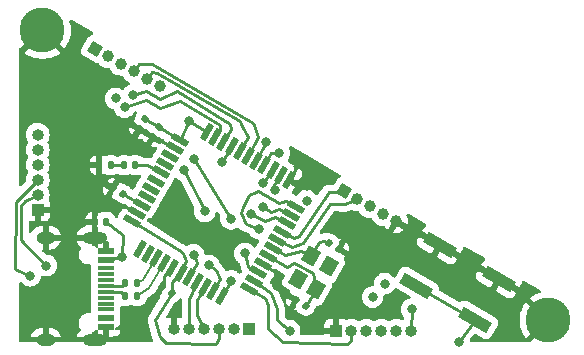
<source format=gtl>
G04 #@! TF.GenerationSoftware,KiCad,Pcbnew,(6.0.2-0)*
G04 #@! TF.CreationDate,2023-02-28T15:21:06-05:00*
G04 #@! TF.ProjectId,daughter_board,64617567-6874-4657-925f-626f6172642e,rev?*
G04 #@! TF.SameCoordinates,Original*
G04 #@! TF.FileFunction,Copper,L1,Top*
G04 #@! TF.FilePolarity,Positive*
%FSLAX46Y46*%
G04 Gerber Fmt 4.6, Leading zero omitted, Abs format (unit mm)*
G04 Created by KiCad (PCBNEW (6.0.2-0)) date 2023-02-28 15:21:06*
%MOMM*%
%LPD*%
G01*
G04 APERTURE LIST*
G04 Aperture macros list*
%AMRoundRect*
0 Rectangle with rounded corners*
0 $1 Rounding radius*
0 $2 $3 $4 $5 $6 $7 $8 $9 X,Y pos of 4 corners*
0 Add a 4 corners polygon primitive as box body*
4,1,4,$2,$3,$4,$5,$6,$7,$8,$9,$2,$3,0*
0 Add four circle primitives for the rounded corners*
1,1,$1+$1,$2,$3*
1,1,$1+$1,$4,$5*
1,1,$1+$1,$6,$7*
1,1,$1+$1,$8,$9*
0 Add four rect primitives between the rounded corners*
20,1,$1+$1,$2,$3,$4,$5,0*
20,1,$1+$1,$4,$5,$6,$7,0*
20,1,$1+$1,$6,$7,$8,$9,0*
20,1,$1+$1,$8,$9,$2,$3,0*%
%AMHorizOval*
0 Thick line with rounded ends*
0 $1 width*
0 $2 $3 position (X,Y) of the first rounded end (center of the circle)*
0 $4 $5 position (X,Y) of the second rounded end (center of the circle)*
0 Add line between two ends*
20,1,$1,$2,$3,$4,$5,0*
0 Add two circle primitives to create the rounded ends*
1,1,$1,$2,$3*
1,1,$1,$4,$5*%
%AMRotRect*
0 Rectangle, with rotation*
0 The origin of the aperture is its center*
0 $1 length*
0 $2 width*
0 $3 Rotation angle, in degrees counterclockwise*
0 Add horizontal line*
21,1,$1,$2,0,0,$3*%
G04 Aperture macros list end*
G04 #@! TA.AperFunction,SMDPad,CuDef*
%ADD10RoundRect,0.140000X0.140000X0.170000X-0.140000X0.170000X-0.140000X-0.170000X0.140000X-0.170000X0*%
G04 #@! TD*
G04 #@! TA.AperFunction,SMDPad,CuDef*
%ADD11RoundRect,0.135000X-0.135000X-0.185000X0.135000X-0.185000X0.135000X0.185000X-0.135000X0.185000X0*%
G04 #@! TD*
G04 #@! TA.AperFunction,SMDPad,CuDef*
%ADD12RotRect,1.500000X0.550000X60.000000*%
G04 #@! TD*
G04 #@! TA.AperFunction,SMDPad,CuDef*
%ADD13RotRect,1.500000X0.550000X150.000000*%
G04 #@! TD*
G04 #@! TA.AperFunction,SMDPad,CuDef*
%ADD14RoundRect,0.135000X0.135000X0.185000X-0.135000X0.185000X-0.135000X-0.185000X0.135000X-0.185000X0*%
G04 #@! TD*
G04 #@! TA.AperFunction,SMDPad,CuDef*
%ADD15RoundRect,0.140000X-0.077224X0.206244X-0.217224X-0.036244X0.077224X-0.206244X0.217224X0.036244X0*%
G04 #@! TD*
G04 #@! TA.AperFunction,ComponentPad*
%ADD16C,3.800000*%
G04 #@! TD*
G04 #@! TA.AperFunction,SMDPad,CuDef*
%ADD17RotRect,1.400000X1.200000X240.000000*%
G04 #@! TD*
G04 #@! TA.AperFunction,ComponentPad*
%ADD18R,1.000000X1.000000*%
G04 #@! TD*
G04 #@! TA.AperFunction,ComponentPad*
%ADD19O,1.000000X1.000000*%
G04 #@! TD*
G04 #@! TA.AperFunction,SMDPad,CuDef*
%ADD20RoundRect,0.147500X-0.147500X-0.172500X0.147500X-0.172500X0.147500X0.172500X-0.147500X0.172500X0*%
G04 #@! TD*
G04 #@! TA.AperFunction,SMDPad,CuDef*
%ADD21R,1.450000X0.600000*%
G04 #@! TD*
G04 #@! TA.AperFunction,SMDPad,CuDef*
%ADD22R,1.450000X0.300000*%
G04 #@! TD*
G04 #@! TA.AperFunction,ComponentPad*
%ADD23O,2.100000X1.000000*%
G04 #@! TD*
G04 #@! TA.AperFunction,ComponentPad*
%ADD24O,1.600000X1.000000*%
G04 #@! TD*
G04 #@! TA.AperFunction,SMDPad,CuDef*
%ADD25RoundRect,0.140000X0.206244X0.077224X-0.036244X0.217224X-0.206244X-0.077224X0.036244X-0.217224X0*%
G04 #@! TD*
G04 #@! TA.AperFunction,ComponentPad*
%ADD26RotRect,1.000000X1.000000X60.000000*%
G04 #@! TD*
G04 #@! TA.AperFunction,ComponentPad*
%ADD27HorizOval,1.000000X0.000000X0.000000X0.000000X0.000000X0*%
G04 #@! TD*
G04 #@! TA.AperFunction,SMDPad,CuDef*
%ADD28RoundRect,0.140000X-0.206244X-0.077224X0.036244X-0.217224X0.206244X0.077224X-0.036244X0.217224X0*%
G04 #@! TD*
G04 #@! TA.AperFunction,SMDPad,CuDef*
%ADD29RotRect,2.750000X1.000000X150.000000*%
G04 #@! TD*
G04 #@! TA.AperFunction,ViaPad*
%ADD30C,0.800000*%
G04 #@! TD*
G04 #@! TA.AperFunction,Conductor*
%ADD31C,0.250000*%
G04 #@! TD*
G04 #@! TA.AperFunction,Conductor*
%ADD32C,0.200000*%
G04 #@! TD*
G04 APERTURE END LIST*
D10*
X46590000Y-95050000D03*
X45630000Y-95050000D03*
D11*
X48220000Y-101360000D03*
X49240000Y-101360000D03*
D12*
X49435898Y-97366345D03*
X50128719Y-97766345D03*
X50821539Y-98166345D03*
X51514359Y-98566345D03*
X52207180Y-98966345D03*
X52900000Y-99366345D03*
X53592820Y-99766345D03*
X54285641Y-100166345D03*
X54978461Y-100566345D03*
X55671281Y-100966345D03*
X56364102Y-101366345D03*
D13*
X58686345Y-100744102D03*
X59086345Y-100051281D03*
X59486345Y-99358461D03*
X59886345Y-98665641D03*
X60286345Y-97972820D03*
X60686345Y-97280000D03*
X61086345Y-96587180D03*
X61486345Y-95894359D03*
X61886345Y-95201539D03*
X62286345Y-94508719D03*
X62686345Y-93815898D03*
D12*
X62064102Y-91493655D03*
X61371281Y-91093655D03*
X60678461Y-90693655D03*
X59985641Y-90293655D03*
X59292820Y-89893655D03*
X58600000Y-89493655D03*
X57907180Y-89093655D03*
X57214359Y-88693655D03*
X56521539Y-88293655D03*
X55828719Y-87893655D03*
X55135898Y-87493655D03*
D13*
X52813655Y-88115898D03*
X52413655Y-88808719D03*
X52013655Y-89501539D03*
X51613655Y-90194359D03*
X51213655Y-90887180D03*
X50813655Y-91580000D03*
X50413655Y-92272820D03*
X50013655Y-92965641D03*
X49613655Y-93658461D03*
X49213655Y-94351281D03*
X48813655Y-95044102D03*
D14*
X46980000Y-90270000D03*
X45960000Y-90270000D03*
D15*
X51040000Y-87044308D03*
X50560000Y-87875692D03*
D16*
X84010000Y-103390000D03*
D17*
X63963878Y-97982372D03*
X62863878Y-99887628D03*
X64336122Y-100737628D03*
X65436122Y-98832372D03*
D18*
X66085000Y-104290000D03*
D19*
X67355000Y-104290000D03*
X68625000Y-104290000D03*
X69895000Y-104290000D03*
X71165000Y-104290000D03*
X72435000Y-104290000D03*
D20*
X48105000Y-90270000D03*
X49075000Y-90270000D03*
D21*
X46560000Y-97515000D03*
X46560000Y-98290000D03*
D22*
X46560000Y-98990000D03*
X46560000Y-99490000D03*
X46560000Y-99990000D03*
X46560000Y-100490000D03*
X46560000Y-100990000D03*
X46560000Y-101490000D03*
X46560000Y-101990000D03*
X46560000Y-102490000D03*
D21*
X46560000Y-103190000D03*
X46560000Y-103965000D03*
D23*
X45645000Y-105060000D03*
D24*
X41465000Y-96420000D03*
X41465000Y-105060000D03*
D23*
X45645000Y-96420000D03*
D25*
X63515692Y-102170000D03*
X62684308Y-101690000D03*
D11*
X48220000Y-100240000D03*
X49240000Y-100240000D03*
D15*
X49900000Y-86354308D03*
X49420000Y-87185692D03*
D25*
X47995692Y-92730000D03*
X47164308Y-92250000D03*
D18*
X40800000Y-94035000D03*
D19*
X40800000Y-92765000D03*
X40800000Y-91495000D03*
X40800000Y-90225000D03*
X40800000Y-88955000D03*
X40800000Y-87685000D03*
D25*
X52135692Y-101070000D03*
X51304308Y-100590000D03*
D26*
X45660369Y-80422500D03*
D27*
X46760221Y-81057500D03*
X47860074Y-81692500D03*
X48959926Y-82327500D03*
X50059778Y-82962500D03*
X51159630Y-83597500D03*
D26*
X66730000Y-92490000D03*
D27*
X67829852Y-93125000D03*
X68929705Y-93760000D03*
X70029557Y-94395000D03*
X71129409Y-95030000D03*
D28*
X65464308Y-96890000D03*
X66295692Y-97370000D03*
D18*
X58705000Y-104110000D03*
D19*
X57435000Y-104110000D03*
X56165000Y-104110000D03*
X54895000Y-104110000D03*
X53625000Y-104110000D03*
X52355000Y-104110000D03*
D16*
X41200000Y-78870000D03*
D29*
X72845847Y-100492051D03*
X77834153Y-103372051D03*
X74845847Y-97027949D03*
X79834153Y-99907949D03*
D30*
X61050000Y-100510000D03*
X63610000Y-92050000D03*
X70980000Y-98090000D03*
X51900000Y-93470000D03*
X66580000Y-99870000D03*
X44840000Y-90600000D03*
X58340000Y-97750000D03*
X53650000Y-86570000D03*
X69160000Y-101440000D03*
X60860000Y-92380000D03*
X47400000Y-84620000D03*
X63560000Y-93270000D03*
X70180000Y-100300000D03*
X41540000Y-98770000D03*
X55300000Y-98760000D03*
X57180000Y-100070000D03*
X40150000Y-99640000D03*
X53190000Y-90710000D03*
X54940000Y-94190000D03*
X54030000Y-89770000D03*
X57160000Y-94820000D03*
X56400000Y-90040000D03*
X72450000Y-102480000D03*
X54010000Y-97860000D03*
X47970000Y-98040000D03*
X76500000Y-105230000D03*
X62130000Y-104280000D03*
X59840000Y-93840000D03*
X58850000Y-94410000D03*
X59540000Y-95640000D03*
X59860000Y-91760000D03*
X61260000Y-89240000D03*
X60150000Y-88350000D03*
X48160000Y-85360000D03*
X48880000Y-84310000D03*
D31*
X46590000Y-95050000D02*
X47980000Y-96160000D01*
X47970000Y-98040000D02*
X47980000Y-96160000D01*
X49613655Y-93658461D02*
X47995692Y-92730000D01*
X47164308Y-92250000D02*
X46850000Y-92730000D01*
X50560000Y-87875692D02*
X52413655Y-88808719D01*
X46980000Y-93100000D02*
X49213655Y-94351281D01*
X61110000Y-99460000D02*
X61050000Y-100510000D01*
X59886345Y-98665641D02*
X61110000Y-99460000D01*
X46850000Y-92730000D02*
X46980000Y-93100000D01*
X51304308Y-100590000D02*
X51511936Y-100382372D01*
X49420000Y-87185692D02*
X50560000Y-87875692D01*
X51511936Y-100382372D02*
X51511936Y-99677884D01*
X51511936Y-99677884D02*
X52207180Y-98982640D01*
X52207180Y-98982640D02*
X52207180Y-98966345D01*
X60686345Y-97280000D02*
X61740000Y-97880000D01*
X65070000Y-96680000D02*
X64600000Y-96770000D01*
X64600000Y-96770000D02*
X63963878Y-97982372D01*
X65070000Y-96680000D02*
X65464308Y-96890000D01*
X63050000Y-97510000D02*
X63963878Y-97982372D01*
X61740000Y-97880000D02*
X63050000Y-97510000D01*
X48813655Y-95044102D02*
X52730000Y-97470000D01*
X58630000Y-98870000D02*
X58340000Y-97750000D01*
X51130000Y-104830000D02*
X50770000Y-103400000D01*
X52135692Y-100146949D02*
X52908148Y-99374493D01*
X60800000Y-91990000D02*
X60860000Y-92380000D01*
X51690000Y-105330000D02*
X51130000Y-104830000D01*
X53080000Y-97700000D02*
X53390000Y-98430000D01*
X52135692Y-101070000D02*
X52135692Y-100146949D01*
X52730000Y-97470000D02*
X53080000Y-97700000D01*
X56165000Y-104110000D02*
X56180000Y-104900000D01*
X50770000Y-103400000D02*
X52135692Y-101070000D01*
X56180000Y-104900000D02*
X55890000Y-105380000D01*
X51040000Y-87044308D02*
X52813655Y-88115898D01*
X55135898Y-87493655D02*
X53650000Y-86570000D01*
X55890000Y-105380000D02*
X51690000Y-105330000D01*
X52813655Y-88115898D02*
X53650000Y-86570000D01*
X61371281Y-91093655D02*
X60800000Y-91990000D01*
X59486345Y-99358461D02*
X58630000Y-98870000D01*
X49900000Y-86354308D02*
X51040000Y-87044308D01*
X53390000Y-98430000D02*
X52900000Y-99366345D01*
X63515692Y-102170000D02*
X64336122Y-100737628D01*
X64120000Y-99370000D02*
X64336122Y-100737628D01*
X61890000Y-98920000D02*
X62540000Y-98520000D01*
X60286345Y-97972820D02*
X61890000Y-98920000D01*
X62540000Y-98520000D02*
X64120000Y-99370000D01*
X61486345Y-95894359D02*
X62510000Y-96440000D01*
X62960000Y-96310000D02*
X65440000Y-92580000D01*
X62510000Y-96440000D02*
X62960000Y-96310000D01*
X65440000Y-92580000D02*
X66730000Y-92490000D01*
X66820000Y-93580000D02*
X67829852Y-93125000D01*
X62290000Y-97200000D02*
X63260000Y-96900000D01*
X61086345Y-96587180D02*
X62290000Y-97200000D01*
X65520000Y-93550000D02*
X66820000Y-93580000D01*
X63260000Y-96900000D02*
X65520000Y-93550000D01*
X39390000Y-96650000D02*
X39390000Y-93710000D01*
X55900000Y-99170000D02*
X56270000Y-99890000D01*
X41540000Y-98770000D02*
X41510000Y-98770000D01*
X56270000Y-99890000D02*
X55671281Y-100966345D01*
X39740000Y-93280000D02*
X40800000Y-92765000D01*
X55300000Y-98760000D02*
X55900000Y-99170000D01*
X41510000Y-98770000D02*
X39390000Y-96650000D01*
X39390000Y-93710000D02*
X39740000Y-93280000D01*
X56364102Y-101366345D02*
X57180000Y-100070000D01*
X40800000Y-91495000D02*
X39040000Y-93320000D01*
X40150000Y-99640000D02*
X38910000Y-99040000D01*
X39040000Y-93320000D02*
X38930000Y-93430000D01*
X38930000Y-93430000D02*
X38910000Y-99040000D01*
X54978461Y-100566345D02*
X54260000Y-101670000D01*
X54260000Y-101670000D02*
X54250000Y-102950000D01*
X54250000Y-102950000D02*
X54895000Y-104110000D01*
X53630000Y-101630000D02*
X53625000Y-104110000D01*
X54285641Y-100166345D02*
X53630000Y-101630000D01*
X54940000Y-94190000D02*
X53190000Y-90710000D01*
X57160000Y-94820000D02*
X54030000Y-89770000D01*
X49410000Y-81710000D02*
X48959926Y-82327500D01*
X59450000Y-87880000D02*
X58600000Y-89493655D01*
X59140000Y-86900000D02*
X59450000Y-87880000D01*
X50460000Y-81700000D02*
X49410000Y-81710000D01*
X59060000Y-86690000D02*
X50460000Y-81700000D01*
X59140000Y-86900000D02*
X59060000Y-86690000D01*
X58110000Y-86930000D02*
X58000000Y-86750000D01*
X50880000Y-82470000D02*
X50460000Y-82410000D01*
X57890000Y-86550000D02*
X50880000Y-82470000D01*
X58110000Y-86930000D02*
X58570000Y-87880000D01*
X58570000Y-87880000D02*
X57907180Y-89093655D01*
X50460000Y-82410000D02*
X50059778Y-82962500D01*
X58000000Y-86750000D02*
X57890000Y-86550000D01*
X61580000Y-105220000D02*
X60280000Y-104180000D01*
X66970000Y-105390000D02*
X61580000Y-105220000D01*
X60290000Y-102140000D02*
X60030000Y-101560000D01*
X67355000Y-104290000D02*
X67340000Y-105150000D01*
X60030000Y-101560000D02*
X58686345Y-100744102D01*
X67340000Y-105150000D02*
X66970000Y-105390000D01*
X60280000Y-104180000D02*
X60290000Y-102140000D01*
X56400000Y-90040000D02*
X57214359Y-88693655D01*
X72435000Y-104290000D02*
X72450000Y-102480000D01*
X46560000Y-100490000D02*
X47970000Y-100490000D01*
X47970000Y-100490000D02*
X48220000Y-100240000D01*
D32*
X49710000Y-100030000D02*
X50821539Y-98166345D01*
X49710000Y-100030000D02*
X49240000Y-100240000D01*
D31*
X47850000Y-100990000D02*
X48220000Y-101360000D01*
X46560000Y-100990000D02*
X47850000Y-100990000D01*
D32*
X50220000Y-100680000D02*
X51514359Y-98566345D01*
X49240000Y-101360000D02*
X50220000Y-100680000D01*
D31*
X54010000Y-97860000D02*
X54270000Y-98520000D01*
X54270000Y-98520000D02*
X53592820Y-99766345D01*
X46560000Y-98290000D02*
X47970000Y-98040000D01*
X77834153Y-103372051D02*
X72845847Y-100492051D01*
X61100000Y-102440000D02*
X61070000Y-103390000D01*
X59086345Y-100051281D02*
X60530000Y-101090000D01*
X61070000Y-103390000D02*
X62130000Y-104280000D01*
X60530000Y-101090000D02*
X61100000Y-102440000D01*
X76500000Y-105230000D02*
X77834153Y-103372051D01*
X60520000Y-94200000D02*
X61230000Y-93950000D01*
X59840000Y-93840000D02*
X60520000Y-94200000D01*
X61230000Y-93950000D02*
X62286345Y-94508719D01*
X60930000Y-94680000D02*
X61886345Y-95201539D01*
X60070000Y-95030000D02*
X60930000Y-94680000D01*
X58850000Y-94410000D02*
X60070000Y-95030000D01*
X58410000Y-95270000D02*
X58010000Y-94290000D01*
X58220000Y-93790000D02*
X58670000Y-92760000D01*
X61440000Y-93410000D02*
X61830000Y-93320000D01*
X58010000Y-94290000D02*
X58220000Y-93790000D01*
X61830000Y-93320000D02*
X62686345Y-93815898D01*
X59480000Y-92420000D02*
X61260000Y-93470000D01*
X58670000Y-92760000D02*
X59270000Y-92510000D01*
X59540000Y-95640000D02*
X58410000Y-95270000D01*
X59270000Y-92510000D02*
X59480000Y-92420000D01*
X61260000Y-93470000D02*
X61440000Y-93410000D01*
X59860000Y-91760000D02*
X60678461Y-90693655D01*
X60560000Y-89260000D02*
X59985641Y-90293655D01*
X61260000Y-89240000D02*
X60560000Y-89260000D01*
X60150000Y-88350000D02*
X59292820Y-89893655D01*
X56230000Y-86840000D02*
X56210000Y-87260000D01*
X52830000Y-84810000D02*
X56230000Y-86840000D01*
X55828719Y-87893655D02*
X56210000Y-87260000D01*
X49990000Y-84730000D02*
X51160000Y-85430000D01*
X51160000Y-85430000D02*
X52830000Y-84810000D01*
X48160000Y-85360000D02*
X49990000Y-84730000D01*
X57080000Y-87390000D02*
X57200000Y-87200000D01*
X52610000Y-84030000D02*
X57110000Y-86760000D01*
X48880000Y-84310000D02*
X49970000Y-83970000D01*
X51160000Y-84670000D02*
X52610000Y-84030000D01*
X57200000Y-87200000D02*
X57110000Y-86760000D01*
X49970000Y-83970000D02*
X51160000Y-84670000D01*
X56521539Y-88293655D02*
X57080000Y-87390000D01*
X50070000Y-90270000D02*
X49075000Y-90270000D01*
X51213655Y-90887180D02*
X50070000Y-90270000D01*
X48105000Y-90270000D02*
X46980000Y-90270000D01*
G04 #@! TA.AperFunction,Conductor*
G36*
X43656785Y-77963994D02*
G01*
X43670647Y-77970885D01*
X45458354Y-79001054D01*
X45507390Y-79052396D01*
X45520883Y-79122099D01*
X45494551Y-79188031D01*
X45436753Y-79229261D01*
X45410472Y-79235326D01*
X45353306Y-79242193D01*
X45353303Y-79242194D01*
X45344394Y-79243264D01*
X45329096Y-79249805D01*
X45218718Y-79296998D01*
X45218716Y-79296999D01*
X45210465Y-79300527D01*
X45203531Y-79306232D01*
X45203532Y-79306232D01*
X45104095Y-79388054D01*
X45104093Y-79388056D01*
X45097990Y-79393078D01*
X45061049Y-79443552D01*
X44512915Y-80392948D01*
X44487674Y-80450177D01*
X44486378Y-80457964D01*
X44486377Y-80457967D01*
X44468011Y-80568318D01*
X44463760Y-80593858D01*
X44464831Y-80602772D01*
X44475790Y-80693995D01*
X44481133Y-80738475D01*
X44538396Y-80872404D01*
X44544101Y-80879337D01*
X44623252Y-80975527D01*
X44630947Y-80984879D01*
X44681421Y-81021820D01*
X45630817Y-81569954D01*
X45688046Y-81595195D01*
X45695833Y-81596491D01*
X45695836Y-81596492D01*
X45822869Y-81617635D01*
X45822871Y-81617635D01*
X45831727Y-81619109D01*
X45840642Y-81618038D01*
X45840910Y-81618006D01*
X45841174Y-81618050D01*
X45849616Y-81618242D01*
X45849588Y-81619460D01*
X45910930Y-81629741D01*
X45954683Y-81664842D01*
X46027426Y-81756621D01*
X46031256Y-81761453D01*
X46181871Y-81889636D01*
X46354515Y-81986124D01*
X46542613Y-82047240D01*
X46738998Y-82070658D01*
X46745133Y-82070186D01*
X46745135Y-82070186D01*
X46816600Y-82064687D01*
X46830111Y-82063647D01*
X46899566Y-82078364D01*
X46951844Y-82131681D01*
X47008261Y-82241456D01*
X47131109Y-82396453D01*
X47281724Y-82524636D01*
X47454368Y-82621124D01*
X47642466Y-82682240D01*
X47838851Y-82705658D01*
X47844986Y-82705186D01*
X47844988Y-82705186D01*
X47908064Y-82700332D01*
X47929963Y-82698647D01*
X47999418Y-82713364D01*
X48051696Y-82766681D01*
X48108113Y-82876456D01*
X48230961Y-83031453D01*
X48381576Y-83159636D01*
X48386953Y-83162641D01*
X48538188Y-83247164D01*
X48587893Y-83297858D01*
X48602301Y-83367377D01*
X48576837Y-83433650D01*
X48527965Y-83472259D01*
X48429281Y-83516195D01*
X48429274Y-83516199D01*
X48423248Y-83518882D01*
X48268747Y-83631134D01*
X48140960Y-83773056D01*
X48137661Y-83778769D01*
X48137658Y-83778774D01*
X48104235Y-83836665D01*
X48052852Y-83885658D01*
X47983138Y-83899094D01*
X47921055Y-83875601D01*
X47862094Y-83832763D01*
X47862093Y-83832762D01*
X47856752Y-83828882D01*
X47850724Y-83826198D01*
X47850722Y-83826197D01*
X47688319Y-83753891D01*
X47688318Y-83753891D01*
X47682288Y-83751206D01*
X47588888Y-83731353D01*
X47501944Y-83712872D01*
X47501939Y-83712872D01*
X47495487Y-83711500D01*
X47304513Y-83711500D01*
X47298061Y-83712872D01*
X47298056Y-83712872D01*
X47211112Y-83731353D01*
X47117712Y-83751206D01*
X47111682Y-83753891D01*
X47111681Y-83753891D01*
X46949278Y-83826197D01*
X46949276Y-83826198D01*
X46943248Y-83828882D01*
X46937907Y-83832762D01*
X46937906Y-83832763D01*
X46887843Y-83869136D01*
X46788747Y-83941134D01*
X46784326Y-83946044D01*
X46784325Y-83946045D01*
X46772379Y-83959313D01*
X46660960Y-84083056D01*
X46565473Y-84248444D01*
X46506458Y-84430072D01*
X46486496Y-84620000D01*
X46506458Y-84809928D01*
X46565473Y-84991556D01*
X46660960Y-85156944D01*
X46788747Y-85298866D01*
X46943248Y-85411118D01*
X46949276Y-85413802D01*
X46949278Y-85413803D01*
X47111681Y-85486109D01*
X47117712Y-85488794D01*
X47124167Y-85490166D01*
X47124176Y-85490169D01*
X47185001Y-85503098D01*
X47247474Y-85536826D01*
X47278636Y-85587408D01*
X47325473Y-85731556D01*
X47420960Y-85896944D01*
X47425378Y-85901851D01*
X47425379Y-85901852D01*
X47536751Y-86025543D01*
X47548747Y-86038866D01*
X47620262Y-86090825D01*
X47664564Y-86123012D01*
X47703248Y-86151118D01*
X47709276Y-86153802D01*
X47709278Y-86153803D01*
X47871681Y-86226109D01*
X47877712Y-86228794D01*
X47971113Y-86248647D01*
X48058056Y-86267128D01*
X48058061Y-86267128D01*
X48064513Y-86268500D01*
X48255487Y-86268500D01*
X48261939Y-86267128D01*
X48261944Y-86267128D01*
X48348887Y-86248647D01*
X48442288Y-86228794D01*
X48448319Y-86226109D01*
X48610722Y-86153803D01*
X48610724Y-86153802D01*
X48616752Y-86151118D01*
X48655437Y-86123012D01*
X48699738Y-86090825D01*
X48771253Y-86038866D01*
X48783249Y-86025543D01*
X48894621Y-85901852D01*
X48894622Y-85901851D01*
X48899040Y-85896944D01*
X48962945Y-85786258D01*
X49014328Y-85737265D01*
X49031050Y-85730120D01*
X49067134Y-85717698D01*
X49138056Y-85714437D01*
X49199482Y-85750037D01*
X49231910Y-85813195D01*
X49225045Y-85883859D01*
X49217267Y-85899836D01*
X49088416Y-86123012D01*
X49072537Y-86156303D01*
X49071004Y-86162545D01*
X49071002Y-86162550D01*
X49051069Y-86243705D01*
X49033454Y-86315422D01*
X49033537Y-86323349D01*
X49033658Y-86334886D01*
X49014371Y-86403212D01*
X48969521Y-86445978D01*
X48960260Y-86451197D01*
X48947627Y-86460579D01*
X48857146Y-86547345D01*
X48850129Y-86559580D01*
X48854776Y-86566066D01*
X49095474Y-86705033D01*
X49142245Y-86752297D01*
X49158011Y-86780277D01*
X49163493Y-86785993D01*
X49163494Y-86785995D01*
X49217143Y-86841939D01*
X49271418Y-86898536D01*
X49286792Y-86909102D01*
X49299767Y-86918020D01*
X49299776Y-86918026D01*
X49301815Y-86919427D01*
X49709685Y-87154911D01*
X49711909Y-87155972D01*
X49711917Y-87155976D01*
X49726317Y-87162844D01*
X49742976Y-87170790D01*
X49749225Y-87172325D01*
X49749228Y-87172326D01*
X49894398Y-87207984D01*
X49894403Y-87207985D01*
X49902095Y-87209874D01*
X49910022Y-87209791D01*
X49934210Y-87209538D01*
X49998528Y-87226412D01*
X50208898Y-87347868D01*
X50255668Y-87395130D01*
X50298011Y-87470277D01*
X50303493Y-87475993D01*
X50303494Y-87475995D01*
X50309506Y-87482264D01*
X50411418Y-87588536D01*
X50426792Y-87599102D01*
X50439767Y-87608020D01*
X50439776Y-87608026D01*
X50441815Y-87609427D01*
X50849685Y-87844911D01*
X50851909Y-87845972D01*
X50851917Y-87845976D01*
X50861063Y-87850338D01*
X50882976Y-87860790D01*
X50889225Y-87862325D01*
X50889228Y-87862326D01*
X51034398Y-87897984D01*
X51034403Y-87897985D01*
X51042095Y-87899874D01*
X51050022Y-87899791D01*
X51074210Y-87899538D01*
X51138528Y-87916412D01*
X51341464Y-88033577D01*
X51356899Y-88037322D01*
X51365708Y-88034273D01*
X51436624Y-88030896D01*
X51472079Y-88045502D01*
X51478575Y-88049427D01*
X51526532Y-88101778D01*
X51530380Y-88112033D01*
X51530412Y-88112019D01*
X51570342Y-88205408D01*
X51578732Y-88275907D01*
X51547675Y-88339750D01*
X51487031Y-88376668D01*
X51469520Y-88380043D01*
X51368673Y-88392158D01*
X51306940Y-88418553D01*
X51236442Y-88426943D01*
X51236246Y-88426903D01*
X51233966Y-88427692D01*
X51224519Y-88438083D01*
X51163895Y-88475033D01*
X51092919Y-88473343D01*
X51068286Y-88462445D01*
X50668659Y-88231720D01*
X50653224Y-88227975D01*
X50651484Y-88228578D01*
X50646197Y-88234394D01*
X50395758Y-88668166D01*
X50392123Y-88683152D01*
X50400237Y-88689965D01*
X50409403Y-88693239D01*
X50554454Y-88728866D01*
X50570080Y-88730674D01*
X50717937Y-88729126D01*
X50733530Y-88726990D01*
X50763990Y-88718828D01*
X50834966Y-88720516D01*
X50893763Y-88760309D01*
X50921712Y-88825573D01*
X50909939Y-88895587D01*
X50905722Y-88903534D01*
X50824743Y-89043794D01*
X50762195Y-89152131D01*
X50736954Y-89209360D01*
X50734733Y-89208380D01*
X50720312Y-89233360D01*
X50722270Y-89234793D01*
X50685329Y-89285267D01*
X50541167Y-89534963D01*
X50484033Y-89633922D01*
X50432651Y-89682915D01*
X50362937Y-89696351D01*
X50319418Y-89682942D01*
X50319378Y-89683042D01*
X50318094Y-89682533D01*
X50314217Y-89681339D01*
X50314116Y-89681283D01*
X50305060Y-89676305D01*
X50270958Y-89667549D01*
X50256823Y-89663018D01*
X50256055Y-89662721D01*
X50223976Y-89650308D01*
X50216108Y-89649376D01*
X50216107Y-89649376D01*
X50194904Y-89646865D01*
X50178390Y-89643781D01*
X50157711Y-89638472D01*
X50157710Y-89638472D01*
X50150030Y-89636500D01*
X50114812Y-89636500D01*
X50099995Y-89635626D01*
X50095351Y-89635076D01*
X50065026Y-89631485D01*
X50057175Y-89632539D01*
X50057173Y-89632539D01*
X50036012Y-89635380D01*
X50019247Y-89636500D01*
X49741415Y-89636500D01*
X49673294Y-89616498D01*
X49652320Y-89599595D01*
X49627763Y-89575038D01*
X49617307Y-89568854D01*
X49491923Y-89494703D01*
X49491921Y-89494702D01*
X49485100Y-89490668D01*
X49477489Y-89488457D01*
X49477487Y-89488456D01*
X49407420Y-89468100D01*
X49325937Y-89444427D01*
X49319532Y-89443923D01*
X49319527Y-89443922D01*
X49291203Y-89441693D01*
X49291195Y-89441693D01*
X49288747Y-89441500D01*
X49075130Y-89441500D01*
X48861254Y-89441501D01*
X48824063Y-89444427D01*
X48762375Y-89462349D01*
X48672513Y-89488456D01*
X48672511Y-89488457D01*
X48664900Y-89490668D01*
X48654140Y-89497032D01*
X48585326Y-89514492D01*
X48525861Y-89497032D01*
X48515100Y-89490668D01*
X48507489Y-89488457D01*
X48507487Y-89488456D01*
X48437420Y-89468100D01*
X48355937Y-89444427D01*
X48349532Y-89443923D01*
X48349527Y-89443922D01*
X48321203Y-89441693D01*
X48321195Y-89441693D01*
X48318747Y-89441500D01*
X48105130Y-89441500D01*
X47891254Y-89441501D01*
X47854063Y-89444427D01*
X47792375Y-89462349D01*
X47702513Y-89488456D01*
X47702511Y-89488457D01*
X47694900Y-89490668D01*
X47688075Y-89494704D01*
X47688071Y-89494706D01*
X47598679Y-89547572D01*
X47529863Y-89565032D01*
X47470401Y-89547572D01*
X47379425Y-89493769D01*
X47379421Y-89493767D01*
X47372596Y-89489731D01*
X47364985Y-89487520D01*
X47364983Y-89487519D01*
X47222644Y-89446166D01*
X47222645Y-89446166D01*
X47216466Y-89444371D01*
X47210059Y-89443867D01*
X47210055Y-89443866D01*
X47182444Y-89441693D01*
X47182438Y-89441693D01*
X47179989Y-89441500D01*
X46980122Y-89441500D01*
X46780012Y-89441501D01*
X46743534Y-89444371D01*
X46646730Y-89472495D01*
X46595017Y-89487519D01*
X46595015Y-89487520D01*
X46587404Y-89489731D01*
X46533647Y-89521523D01*
X46464834Y-89538982D01*
X46405370Y-89521522D01*
X46359220Y-89494229D01*
X46344783Y-89487981D01*
X46231395Y-89455039D01*
X46217295Y-89455079D01*
X46214000Y-89462349D01*
X46214000Y-89932458D01*
X46208997Y-89967610D01*
X46206166Y-89977353D01*
X46206165Y-89977360D01*
X46204371Y-89983534D01*
X46203867Y-89989941D01*
X46203866Y-89989945D01*
X46201693Y-90017556D01*
X46201500Y-90020011D01*
X46201501Y-90519988D01*
X46204371Y-90556466D01*
X46206167Y-90562648D01*
X46206168Y-90562653D01*
X46208997Y-90572390D01*
X46214000Y-90607542D01*
X46214000Y-91071900D01*
X46217973Y-91085431D01*
X46225871Y-91086566D01*
X46344783Y-91052019D01*
X46359220Y-91045771D01*
X46405370Y-91018478D01*
X46474187Y-91001018D01*
X46533646Y-91018477D01*
X46587404Y-91050269D01*
X46595015Y-91052480D01*
X46595017Y-91052481D01*
X46661858Y-91071900D01*
X46743534Y-91095629D01*
X46749941Y-91096133D01*
X46749945Y-91096134D01*
X46777556Y-91098307D01*
X46777562Y-91098307D01*
X46780011Y-91098500D01*
X46979878Y-91098500D01*
X47179988Y-91098499D01*
X47216466Y-91095629D01*
X47313270Y-91067505D01*
X47364983Y-91052481D01*
X47364985Y-91052480D01*
X47372596Y-91050269D01*
X47379421Y-91046233D01*
X47379425Y-91046231D01*
X47470401Y-90992428D01*
X47539217Y-90974968D01*
X47598679Y-90992428D01*
X47688071Y-91045294D01*
X47688075Y-91045296D01*
X47694900Y-91049332D01*
X47702511Y-91051543D01*
X47702513Y-91051544D01*
X47753196Y-91066268D01*
X47854063Y-91095573D01*
X47860468Y-91096077D01*
X47860473Y-91096078D01*
X47888797Y-91098307D01*
X47888805Y-91098307D01*
X47891253Y-91098500D01*
X48104870Y-91098500D01*
X48318746Y-91098499D01*
X48355937Y-91095573D01*
X48454017Y-91067078D01*
X48507487Y-91051544D01*
X48507489Y-91051543D01*
X48515100Y-91049332D01*
X48525860Y-91042968D01*
X48594674Y-91025508D01*
X48654139Y-91042968D01*
X48664900Y-91049332D01*
X48672511Y-91051543D01*
X48672513Y-91051544D01*
X48723196Y-91066268D01*
X48824063Y-91095573D01*
X48830468Y-91096077D01*
X48830473Y-91096078D01*
X48858797Y-91098307D01*
X48858805Y-91098307D01*
X48861253Y-91098500D01*
X49074870Y-91098500D01*
X49288746Y-91098499D01*
X49325937Y-91095573D01*
X49405741Y-91072388D01*
X49476738Y-91072591D01*
X49536354Y-91111145D01*
X49565662Y-91175810D01*
X49556179Y-91244232D01*
X49536954Y-91287821D01*
X49534733Y-91286841D01*
X49520312Y-91311821D01*
X49522270Y-91313254D01*
X49485329Y-91363728D01*
X49162195Y-91923412D01*
X49136954Y-91980641D01*
X49134720Y-91979656D01*
X49120298Y-92004632D01*
X49122270Y-92006075D01*
X49085329Y-92056549D01*
X48967820Y-92260080D01*
X48955397Y-92281598D01*
X48904015Y-92330591D01*
X48834301Y-92344027D01*
X48768390Y-92317641D01*
X48736505Y-92280452D01*
X48730590Y-92269955D01*
X48726700Y-92263051D01*
X48719659Y-92255708D01*
X48643684Y-92176483D01*
X48613293Y-92144791D01*
X48597545Y-92133968D01*
X48584944Y-92125307D01*
X48584935Y-92125301D01*
X48582896Y-92123900D01*
X48226988Y-91918416D01*
X48224764Y-91917355D01*
X48224756Y-91917351D01*
X48199503Y-91905306D01*
X48199500Y-91905305D01*
X48193697Y-91902537D01*
X48187455Y-91901004D01*
X48187450Y-91901002D01*
X48070100Y-91872179D01*
X48034578Y-91863454D01*
X48015113Y-91863658D01*
X47946788Y-91844371D01*
X47904022Y-91799521D01*
X47898803Y-91790260D01*
X47889421Y-91777627D01*
X47802655Y-91687146D01*
X47790420Y-91680129D01*
X47783934Y-91684776D01*
X47644967Y-91925474D01*
X47597703Y-91972245D01*
X47569723Y-91988011D01*
X47564007Y-91993493D01*
X47564005Y-91993494D01*
X47504253Y-92050795D01*
X47451464Y-92101418D01*
X47447815Y-92106728D01*
X47431980Y-92129767D01*
X47431974Y-92129776D01*
X47430573Y-92131815D01*
X47195089Y-92539685D01*
X47194028Y-92541909D01*
X47194024Y-92541917D01*
X47190393Y-92549530D01*
X47179210Y-92572976D01*
X47177675Y-92579225D01*
X47177674Y-92579228D01*
X47142016Y-92724398D01*
X47142015Y-92724403D01*
X47140126Y-92732095D01*
X47140209Y-92740022D01*
X47140462Y-92764210D01*
X47123588Y-92828528D01*
X46987499Y-93064241D01*
X46984174Y-93077946D01*
X46990447Y-93082879D01*
X47117780Y-93114154D01*
X47133409Y-93115962D01*
X47144038Y-93115851D01*
X47212364Y-93135140D01*
X47255128Y-93179990D01*
X47264684Y-93196949D01*
X47270168Y-93202668D01*
X47270169Y-93202669D01*
X47308222Y-93242350D01*
X47378091Y-93315209D01*
X47386817Y-93321206D01*
X47406440Y-93334693D01*
X47406449Y-93334699D01*
X47408488Y-93336100D01*
X47764396Y-93541584D01*
X47766620Y-93542645D01*
X47766628Y-93542649D01*
X47791881Y-93554694D01*
X47791884Y-93554695D01*
X47797687Y-93557463D01*
X47803929Y-93558996D01*
X47803934Y-93558998D01*
X47892540Y-93580761D01*
X47956806Y-93596546D01*
X48120646Y-93594831D01*
X48144941Y-93588321D01*
X48215915Y-93590009D01*
X48240265Y-93600743D01*
X48292651Y-93630805D01*
X48341779Y-93682059D01*
X48345792Y-93690553D01*
X48370342Y-93747970D01*
X48378732Y-93818469D01*
X48347675Y-93882313D01*
X48287032Y-93919231D01*
X48269520Y-93922606D01*
X48168673Y-93934721D01*
X48123621Y-93953984D01*
X48120613Y-93955270D01*
X48050113Y-93963659D01*
X48021804Y-93953474D01*
X47997449Y-93947566D01*
X47995710Y-93948168D01*
X47990423Y-93953984D01*
X47964359Y-93999127D01*
X47961273Y-94005211D01*
X47937435Y-94059254D01*
X47935054Y-94058204D01*
X47920534Y-94083265D01*
X47922270Y-94084536D01*
X47885329Y-94135010D01*
X47605087Y-94620403D01*
X47569718Y-94681664D01*
X47518336Y-94730657D01*
X47448622Y-94744093D01*
X47382711Y-94717707D01*
X47339602Y-94653818D01*
X47332105Y-94628014D01*
X47329894Y-94620403D01*
X47316513Y-94597776D01*
X47250522Y-94486192D01*
X47246488Y-94479371D01*
X47130629Y-94363512D01*
X47029115Y-94303477D01*
X46996420Y-94284141D01*
X46996419Y-94284141D01*
X46989597Y-94280106D01*
X46981986Y-94277895D01*
X46981984Y-94277894D01*
X46908144Y-94256442D01*
X46832254Y-94234394D01*
X46825849Y-94233890D01*
X46825844Y-94233889D01*
X46797940Y-94231693D01*
X46797932Y-94231693D01*
X46795484Y-94231500D01*
X46384516Y-94231500D01*
X46382068Y-94231693D01*
X46382060Y-94231693D01*
X46354156Y-94233889D01*
X46354151Y-94233890D01*
X46347746Y-94234394D01*
X46271856Y-94256442D01*
X46198016Y-94277894D01*
X46198014Y-94277895D01*
X46190403Y-94280106D01*
X46183576Y-94284143D01*
X46183577Y-94284143D01*
X46173647Y-94290015D01*
X46104830Y-94307474D01*
X46045372Y-94290016D01*
X46036222Y-94284605D01*
X46021784Y-94278357D01*
X45901395Y-94243381D01*
X45887295Y-94243421D01*
X45884000Y-94250691D01*
X45884000Y-94528621D01*
X45866454Y-94592760D01*
X45850106Y-94620403D01*
X45847895Y-94628014D01*
X45847894Y-94628016D01*
X45843129Y-94644418D01*
X45804394Y-94777746D01*
X45803890Y-94784151D01*
X45803889Y-94784156D01*
X45803260Y-94792149D01*
X45801500Y-94814516D01*
X45801500Y-95285484D01*
X45801693Y-95287932D01*
X45801693Y-95287940D01*
X45803184Y-95306876D01*
X45804394Y-95322254D01*
X45829139Y-95407429D01*
X45846947Y-95468722D01*
X45850106Y-95479597D01*
X45881455Y-95532605D01*
X45899000Y-95596741D01*
X45899000Y-97145874D01*
X45878998Y-97213995D01*
X45825342Y-97260488D01*
X45755068Y-97270592D01*
X45694461Y-97241176D01*
X45693187Y-97242843D01*
X45554743Y-97136994D01*
X45554739Y-97136991D01*
X45549322Y-97132850D01*
X45543142Y-97129968D01*
X45543140Y-97129967D01*
X45463750Y-97092947D01*
X45410465Y-97046030D01*
X45391000Y-96978752D01*
X45391000Y-96692115D01*
X45386525Y-96676876D01*
X45385135Y-96675671D01*
X45377452Y-96674000D01*
X44137076Y-96674000D01*
X44123545Y-96677973D01*
X44122425Y-96685768D01*
X44154138Y-96793521D01*
X44158731Y-96804889D01*
X44244607Y-96969154D01*
X44251321Y-96979415D01*
X44367468Y-97123873D01*
X44376045Y-97132632D01*
X44428110Y-97176319D01*
X44467436Y-97235428D01*
X44468563Y-97306416D01*
X44451331Y-97343663D01*
X44374723Y-97456388D01*
X44307470Y-97624534D01*
X44306356Y-97631262D01*
X44306355Y-97631266D01*
X44279007Y-97796461D01*
X44277892Y-97803198D01*
X44278249Y-97810015D01*
X44278249Y-97810019D01*
X44283918Y-97918186D01*
X44287370Y-97984047D01*
X44289181Y-97990620D01*
X44289181Y-97990623D01*
X44332196Y-98146788D01*
X44335461Y-98158641D01*
X44419922Y-98318836D01*
X44424327Y-98324049D01*
X44424330Y-98324053D01*
X44532406Y-98451943D01*
X44532410Y-98451947D01*
X44536813Y-98457157D01*
X44542237Y-98461304D01*
X44542238Y-98461305D01*
X44675257Y-98563006D01*
X44675261Y-98563009D01*
X44680678Y-98567150D01*
X44763733Y-98605879D01*
X44838631Y-98640805D01*
X44838634Y-98640806D01*
X44844808Y-98643685D01*
X44851456Y-98645171D01*
X44851459Y-98645172D01*
X44978816Y-98673639D01*
X45021543Y-98683190D01*
X45027088Y-98683500D01*
X45160244Y-98683500D01*
X45186892Y-98680605D01*
X45256774Y-98693133D01*
X45308790Y-98741453D01*
X45326500Y-98805868D01*
X45326500Y-99188134D01*
X45326869Y-99191529D01*
X45326869Y-99191533D01*
X45330656Y-99226393D01*
X45330656Y-99253606D01*
X45326500Y-99291866D01*
X45326500Y-99688134D01*
X45326869Y-99691529D01*
X45326869Y-99691533D01*
X45330656Y-99726393D01*
X45330656Y-99753606D01*
X45326500Y-99791866D01*
X45326500Y-100188134D01*
X45326869Y-100191529D01*
X45326869Y-100191533D01*
X45330656Y-100226393D01*
X45330656Y-100253606D01*
X45326500Y-100291866D01*
X45326500Y-100688134D01*
X45326869Y-100691529D01*
X45326869Y-100691533D01*
X45330656Y-100726393D01*
X45330656Y-100753606D01*
X45326500Y-100791866D01*
X45326500Y-101188134D01*
X45326869Y-101191529D01*
X45326869Y-101191533D01*
X45330656Y-101226393D01*
X45330656Y-101253606D01*
X45326500Y-101291866D01*
X45326500Y-101688134D01*
X45326869Y-101691529D01*
X45326869Y-101691533D01*
X45330656Y-101726393D01*
X45330656Y-101753607D01*
X45327168Y-101785721D01*
X45326500Y-101791866D01*
X45326500Y-102188134D01*
X45326869Y-102191529D01*
X45326869Y-102191533D01*
X45330656Y-102226393D01*
X45330656Y-102253606D01*
X45329961Y-102260004D01*
X45327180Y-102285610D01*
X45326500Y-102291866D01*
X45326500Y-102670500D01*
X45306498Y-102738621D01*
X45252842Y-102785114D01*
X45200500Y-102796500D01*
X45069756Y-102796500D01*
X45066359Y-102796869D01*
X45033761Y-102800410D01*
X44934963Y-102811143D01*
X44833519Y-102845283D01*
X44769796Y-102866728D01*
X44769794Y-102866729D01*
X44763325Y-102868906D01*
X44608095Y-102962177D01*
X44603138Y-102966865D01*
X44603135Y-102966867D01*
X44482670Y-103080786D01*
X44476515Y-103086607D01*
X44472683Y-103092245D01*
X44472680Y-103092249D01*
X44387922Y-103216967D01*
X44374723Y-103236388D01*
X44307470Y-103404534D01*
X44306356Y-103411262D01*
X44306355Y-103411266D01*
X44280744Y-103565968D01*
X44277892Y-103583198D01*
X44278249Y-103590015D01*
X44278249Y-103590019D01*
X44284579Y-103710787D01*
X44287370Y-103764047D01*
X44289181Y-103770620D01*
X44289181Y-103770623D01*
X44312571Y-103855538D01*
X44335461Y-103938641D01*
X44419922Y-104098836D01*
X44424327Y-104104049D01*
X44424330Y-104104053D01*
X44442694Y-104125783D01*
X44471386Y-104190724D01*
X44460413Y-104260868D01*
X44426092Y-104304754D01*
X44386067Y-104337397D01*
X44377363Y-104346041D01*
X44259216Y-104488856D01*
X44252356Y-104499027D01*
X44164196Y-104662076D01*
X44159444Y-104673381D01*
X44123750Y-104788692D01*
X44123544Y-104802795D01*
X44130299Y-104806000D01*
X45372885Y-104806000D01*
X45388124Y-104801525D01*
X45389329Y-104800135D01*
X45391000Y-104792452D01*
X45391000Y-104505830D01*
X45411002Y-104437709D01*
X45463218Y-104392257D01*
X45466675Y-104391094D01*
X45480802Y-104382606D01*
X45582002Y-104321799D01*
X45621905Y-104297823D01*
X45626862Y-104293135D01*
X45626865Y-104293133D01*
X45676303Y-104246381D01*
X45686427Y-104236807D01*
X45749664Y-104204535D01*
X45820311Y-104211575D01*
X45875937Y-104255691D01*
X45899000Y-104328355D01*
X45899000Y-104787885D01*
X45903475Y-104803124D01*
X45904865Y-104804329D01*
X45912548Y-104806000D01*
X46287885Y-104806000D01*
X46303124Y-104801525D01*
X46304329Y-104800135D01*
X46306000Y-104792452D01*
X46306000Y-104124500D01*
X46326002Y-104056379D01*
X46379658Y-104009886D01*
X46432000Y-103998500D01*
X46735916Y-103998500D01*
X46804037Y-104018502D01*
X46850530Y-104072158D01*
X46860634Y-104142432D01*
X46831141Y-104207012D01*
X46815671Y-104224865D01*
X46814000Y-104232548D01*
X46814000Y-104787885D01*
X46818475Y-104803124D01*
X46819865Y-104804329D01*
X46827548Y-104806000D01*
X47152924Y-104806000D01*
X47187157Y-104795948D01*
X47214927Y-104778102D01*
X47250424Y-104772999D01*
X47329669Y-104772999D01*
X47336490Y-104772629D01*
X47387352Y-104767105D01*
X47402604Y-104763479D01*
X47523054Y-104718324D01*
X47538649Y-104709786D01*
X47640724Y-104633285D01*
X47653285Y-104620724D01*
X47729786Y-104518649D01*
X47738324Y-104503054D01*
X47783478Y-104382606D01*
X47787105Y-104367351D01*
X47792631Y-104316486D01*
X47793000Y-104309672D01*
X47793000Y-104237115D01*
X47788525Y-104221876D01*
X47787135Y-104220671D01*
X47779452Y-104219000D01*
X47484165Y-104219000D01*
X47416044Y-104198998D01*
X47369551Y-104145342D01*
X47359447Y-104075068D01*
X47388941Y-104010488D01*
X47439936Y-103975018D01*
X47523295Y-103943768D01*
X47523296Y-103943767D01*
X47531705Y-103940615D01*
X47648261Y-103853261D01*
X47653643Y-103846080D01*
X47724109Y-103752058D01*
X47780969Y-103709543D01*
X47789436Y-103706727D01*
X47790123Y-103706525D01*
X47791328Y-103705135D01*
X47792999Y-103697452D01*
X47792999Y-103620331D01*
X47792630Y-103613523D01*
X47790448Y-103593429D01*
X47790449Y-103566218D01*
X47793131Y-103541531D01*
X47793500Y-103538134D01*
X47793500Y-102841866D01*
X47786745Y-102779684D01*
X47789174Y-102779420D01*
X47789174Y-102750580D01*
X47786745Y-102750316D01*
X47793131Y-102691531D01*
X47793500Y-102688134D01*
X47793500Y-102298235D01*
X47813502Y-102230114D01*
X47867158Y-102183621D01*
X47937432Y-102173517D01*
X47954646Y-102177236D01*
X47983534Y-102185629D01*
X47989941Y-102186133D01*
X47989945Y-102186134D01*
X48017556Y-102188307D01*
X48017562Y-102188307D01*
X48020011Y-102188500D01*
X48219878Y-102188500D01*
X48419988Y-102188499D01*
X48456466Y-102185629D01*
X48578424Y-102150197D01*
X48604983Y-102142481D01*
X48604985Y-102142480D01*
X48612596Y-102140269D01*
X48619421Y-102136233D01*
X48619425Y-102136231D01*
X48665861Y-102108769D01*
X48734677Y-102091309D01*
X48794139Y-102108769D01*
X48840575Y-102136231D01*
X48840579Y-102136233D01*
X48847404Y-102140269D01*
X48855015Y-102142480D01*
X48855017Y-102142481D01*
X48923476Y-102162370D01*
X49003534Y-102185629D01*
X49009941Y-102186133D01*
X49009945Y-102186134D01*
X49037556Y-102188307D01*
X49037562Y-102188307D01*
X49040011Y-102188500D01*
X49239878Y-102188500D01*
X49439988Y-102188499D01*
X49476466Y-102185629D01*
X49598424Y-102150197D01*
X49624983Y-102142481D01*
X49624985Y-102142480D01*
X49632596Y-102140269D01*
X49658946Y-102124686D01*
X49765720Y-102061540D01*
X49772541Y-102057506D01*
X49887506Y-101942541D01*
X49919116Y-101889092D01*
X49966234Y-101809419D01*
X49966234Y-101809418D01*
X49970269Y-101802596D01*
X49973387Y-101791866D01*
X50009319Y-101668185D01*
X50015629Y-101646466D01*
X50016696Y-101632916D01*
X50017935Y-101617165D01*
X50043220Y-101550823D01*
X50071717Y-101523530D01*
X50209377Y-101428011D01*
X50502470Y-101224640D01*
X50508079Y-101221185D01*
X50513022Y-101219285D01*
X50565548Y-101181098D01*
X50632408Y-101157219D01*
X50653107Y-101162101D01*
X50676748Y-101160908D01*
X50684683Y-101155223D01*
X50968114Y-100664306D01*
X51267073Y-100146494D01*
X51318455Y-100097501D01*
X51388169Y-100084065D01*
X51454080Y-100110451D01*
X51495262Y-100168283D01*
X51502192Y-100209494D01*
X51502192Y-100556493D01*
X51485311Y-100619493D01*
X51335089Y-100879685D01*
X51334028Y-100881909D01*
X51334024Y-100881917D01*
X51329113Y-100892213D01*
X51319210Y-100912976D01*
X51317675Y-100919225D01*
X51317674Y-100919228D01*
X51282016Y-101064398D01*
X51282015Y-101064403D01*
X51280126Y-101072095D01*
X51280209Y-101080022D01*
X51280462Y-101104210D01*
X51263588Y-101168528D01*
X51127499Y-101404241D01*
X51123754Y-101419677D01*
X51131754Y-101442791D01*
X51135131Y-101513707D01*
X51121386Y-101547715D01*
X50578790Y-102473435D01*
X50377387Y-102817048D01*
X50263139Y-103011965D01*
X50259073Y-103018151D01*
X50255185Y-103022252D01*
X50251333Y-103029182D01*
X50251332Y-103029183D01*
X50220518Y-103084615D01*
X50219093Y-103087111D01*
X50207200Y-103107402D01*
X50203309Y-103114041D01*
X50201750Y-103117683D01*
X50199967Y-103121216D01*
X50199860Y-103121162D01*
X50197304Y-103126375D01*
X50177417Y-103162150D01*
X50175408Y-103169823D01*
X50175408Y-103169824D01*
X50171454Y-103184928D01*
X50165395Y-103202603D01*
X50156127Y-103224253D01*
X50154918Y-103232086D01*
X50154917Y-103232089D01*
X50149883Y-103264701D01*
X50147251Y-103277386D01*
X50142497Y-103295548D01*
X50136883Y-103316992D01*
X50136846Y-103324918D01*
X50136772Y-103340548D01*
X50135298Y-103359177D01*
X50131707Y-103382439D01*
X50132483Y-103390322D01*
X50132483Y-103390328D01*
X50135717Y-103423166D01*
X50136323Y-103436099D01*
X50136130Y-103477048D01*
X50140291Y-103493576D01*
X50141878Y-103499879D01*
X50145085Y-103518295D01*
X50146420Y-103531850D01*
X50147392Y-103541727D01*
X50150107Y-103549177D01*
X50150108Y-103549181D01*
X50161406Y-103580182D01*
X50165211Y-103592566D01*
X50500929Y-104926113D01*
X50504254Y-104945802D01*
X50505980Y-104965371D01*
X50518569Y-105001040D01*
X50520893Y-105007627D01*
X50524258Y-105018781D01*
X50525398Y-105023307D01*
X50526839Y-105026997D01*
X50535340Y-105048769D01*
X50536787Y-105052660D01*
X50552190Y-105096300D01*
X50553110Y-105098908D01*
X50556920Y-105169802D01*
X50521797Y-105231503D01*
X50458893Y-105264419D01*
X50434349Y-105266844D01*
X44573457Y-105269426D01*
X39363171Y-105271722D01*
X39295042Y-105251750D01*
X39248525Y-105198115D01*
X39237116Y-105145997D01*
X39236366Y-104802795D01*
X40193544Y-104802795D01*
X40200299Y-104806000D01*
X41192885Y-104806000D01*
X41208124Y-104801525D01*
X41209329Y-104800135D01*
X41211000Y-104792452D01*
X41211000Y-104787885D01*
X41719000Y-104787885D01*
X41723475Y-104803124D01*
X41724865Y-104804329D01*
X41732548Y-104806000D01*
X42722924Y-104806000D01*
X42736455Y-104802027D01*
X42737575Y-104794232D01*
X42705862Y-104686479D01*
X42701269Y-104675111D01*
X42615393Y-104510846D01*
X42608679Y-104500585D01*
X42492532Y-104356127D01*
X42483954Y-104347368D01*
X42341961Y-104228222D01*
X42331841Y-104221292D01*
X42169415Y-104131998D01*
X42158142Y-104127166D01*
X41981462Y-104071120D01*
X41969468Y-104068570D01*
X41825239Y-104052393D01*
X41818215Y-104052000D01*
X41737115Y-104052000D01*
X41721876Y-104056475D01*
X41720671Y-104057865D01*
X41719000Y-104065548D01*
X41719000Y-104787885D01*
X41211000Y-104787885D01*
X41211000Y-104070115D01*
X41206525Y-104054876D01*
X41205135Y-104053671D01*
X41197452Y-104052000D01*
X41118343Y-104052000D01*
X41112195Y-104052301D01*
X40974397Y-104065812D01*
X40962362Y-104068195D01*
X40784924Y-104121767D01*
X40773584Y-104126441D01*
X40609923Y-104213460D01*
X40599706Y-104220249D01*
X40456067Y-104337397D01*
X40447363Y-104346041D01*
X40329216Y-104488856D01*
X40322356Y-104499027D01*
X40234196Y-104662076D01*
X40229444Y-104673381D01*
X40193750Y-104788692D01*
X40193544Y-104802795D01*
X39236366Y-104802795D01*
X39226522Y-100300620D01*
X39246375Y-100232456D01*
X39299929Y-100185846D01*
X39370181Y-100175589D01*
X39434826Y-100204940D01*
X39446155Y-100216032D01*
X39511376Y-100288467D01*
X39530606Y-100309824D01*
X39538747Y-100318866D01*
X39693248Y-100431118D01*
X39699276Y-100433802D01*
X39699278Y-100433803D01*
X39786670Y-100472712D01*
X39867712Y-100508794D01*
X39961113Y-100528647D01*
X40048056Y-100547128D01*
X40048061Y-100547128D01*
X40054513Y-100548500D01*
X40245487Y-100548500D01*
X40251939Y-100547128D01*
X40251944Y-100547128D01*
X40338887Y-100528647D01*
X40432288Y-100508794D01*
X40513330Y-100472712D01*
X40600722Y-100433803D01*
X40600724Y-100433802D01*
X40606752Y-100431118D01*
X40761253Y-100318866D01*
X40765675Y-100313955D01*
X40884621Y-100181852D01*
X40884622Y-100181851D01*
X40889040Y-100176944D01*
X40972977Y-100031562D01*
X40981223Y-100017279D01*
X40981224Y-100017278D01*
X40984527Y-100011556D01*
X41043542Y-99829928D01*
X41047543Y-99791866D01*
X41054179Y-99728722D01*
X41081192Y-99663065D01*
X41139414Y-99622435D01*
X41210359Y-99619732D01*
X41230736Y-99626784D01*
X41251681Y-99636109D01*
X41257712Y-99638794D01*
X41351112Y-99658647D01*
X41438056Y-99677128D01*
X41438061Y-99677128D01*
X41444513Y-99678500D01*
X41635487Y-99678500D01*
X41641939Y-99677128D01*
X41641944Y-99677128D01*
X41728888Y-99658647D01*
X41822288Y-99638794D01*
X41828319Y-99636109D01*
X41990722Y-99563803D01*
X41990724Y-99563802D01*
X41996752Y-99561118D01*
X42043091Y-99527451D01*
X42059004Y-99515889D01*
X42151253Y-99448866D01*
X42155675Y-99443955D01*
X42274621Y-99311852D01*
X42274622Y-99311851D01*
X42279040Y-99306944D01*
X42374527Y-99141556D01*
X42433542Y-98959928D01*
X42434888Y-98947128D01*
X42452814Y-98776565D01*
X42453504Y-98770000D01*
X42443835Y-98678003D01*
X42434232Y-98586635D01*
X42434232Y-98586633D01*
X42433542Y-98580072D01*
X42374527Y-98398444D01*
X42368754Y-98388444D01*
X42306641Y-98280863D01*
X42279040Y-98233056D01*
X42239440Y-98189075D01*
X42155675Y-98096045D01*
X42155674Y-98096044D01*
X42151253Y-98091134D01*
X42035222Y-98006832D01*
X42002094Y-97982763D01*
X42002093Y-97982762D01*
X41996752Y-97978882D01*
X41990724Y-97976198D01*
X41990722Y-97976197D01*
X41828319Y-97903891D01*
X41828318Y-97903891D01*
X41822288Y-97901206D01*
X41701888Y-97875614D01*
X41641944Y-97862872D01*
X41641939Y-97862872D01*
X41635487Y-97861500D01*
X41549594Y-97861500D01*
X41481473Y-97841498D01*
X41460499Y-97824595D01*
X41222045Y-97586141D01*
X41188019Y-97523829D01*
X41193084Y-97453014D01*
X41208127Y-97427661D01*
X41211000Y-97414452D01*
X41211000Y-97409885D01*
X41719000Y-97409885D01*
X41723475Y-97425124D01*
X41724865Y-97426329D01*
X41732548Y-97428000D01*
X41811657Y-97428000D01*
X41817805Y-97427699D01*
X41955603Y-97414188D01*
X41967638Y-97411805D01*
X42145076Y-97358233D01*
X42156416Y-97353559D01*
X42320077Y-97266540D01*
X42330294Y-97259751D01*
X42473933Y-97142603D01*
X42482637Y-97133959D01*
X42600784Y-96991144D01*
X42607644Y-96980973D01*
X42695804Y-96817924D01*
X42700556Y-96806619D01*
X42736250Y-96691308D01*
X42736456Y-96677205D01*
X42729701Y-96674000D01*
X41737115Y-96674000D01*
X41721876Y-96678475D01*
X41720671Y-96679865D01*
X41719000Y-96687548D01*
X41719000Y-97409885D01*
X41211000Y-97409885D01*
X41211000Y-96147885D01*
X41719000Y-96147885D01*
X41723475Y-96163124D01*
X41724865Y-96164329D01*
X41732548Y-96166000D01*
X42722924Y-96166000D01*
X42733839Y-96162795D01*
X44123544Y-96162795D01*
X44130299Y-96166000D01*
X45372885Y-96166000D01*
X45388124Y-96161525D01*
X45389329Y-96160135D01*
X45391000Y-96152452D01*
X45391000Y-95926115D01*
X45381104Y-95892412D01*
X45376000Y-95856914D01*
X45376000Y-95322115D01*
X45371525Y-95306876D01*
X45370135Y-95305671D01*
X45362452Y-95304000D01*
X44861576Y-95304000D01*
X44846781Y-95308344D01*
X44844938Y-95318774D01*
X44846133Y-95325320D01*
X44838695Y-95395926D01*
X44794266Y-95451302D01*
X44758602Y-95468580D01*
X44714921Y-95481768D01*
X44703584Y-95486441D01*
X44539923Y-95573460D01*
X44529706Y-95580249D01*
X44386067Y-95697397D01*
X44377363Y-95706041D01*
X44259216Y-95848856D01*
X44252356Y-95859027D01*
X44164196Y-96022076D01*
X44159444Y-96033381D01*
X44123750Y-96148692D01*
X44123544Y-96162795D01*
X42733839Y-96162795D01*
X42736455Y-96162027D01*
X42737575Y-96154232D01*
X42705862Y-96046479D01*
X42701269Y-96035111D01*
X42615393Y-95870846D01*
X42608679Y-95860585D01*
X42492532Y-95716127D01*
X42483954Y-95707368D01*
X42341961Y-95588222D01*
X42331841Y-95581292D01*
X42169415Y-95491998D01*
X42158142Y-95487166D01*
X41981462Y-95431120D01*
X41969468Y-95428570D01*
X41825239Y-95412393D01*
X41818215Y-95412000D01*
X41737115Y-95412000D01*
X41721876Y-95416475D01*
X41720671Y-95417865D01*
X41719000Y-95425548D01*
X41719000Y-96147885D01*
X41211000Y-96147885D01*
X41211000Y-95430115D01*
X41206525Y-95414876D01*
X41205135Y-95413671D01*
X41197452Y-95412000D01*
X41118343Y-95412000D01*
X41112195Y-95412301D01*
X40974397Y-95425812D01*
X40962362Y-95428195D01*
X40784924Y-95481767D01*
X40773584Y-95486441D01*
X40609923Y-95573460D01*
X40599706Y-95580249D01*
X40456067Y-95697397D01*
X40447363Y-95706041D01*
X40329216Y-95848856D01*
X40322356Y-95859027D01*
X40260336Y-95973730D01*
X40210341Y-96024139D01*
X40141030Y-96039516D01*
X40074408Y-96014980D01*
X40031627Y-95958320D01*
X40023500Y-95913801D01*
X40023500Y-95155170D01*
X40043502Y-95087049D01*
X40097158Y-95040556D01*
X40167432Y-95030452D01*
X40178647Y-95032588D01*
X40197643Y-95037105D01*
X40248514Y-95042631D01*
X40255328Y-95043000D01*
X40527885Y-95043000D01*
X40543124Y-95038525D01*
X40544329Y-95037135D01*
X40546000Y-95029452D01*
X40546000Y-95024884D01*
X41054000Y-95024884D01*
X41058475Y-95040123D01*
X41059865Y-95041328D01*
X41067548Y-95042999D01*
X41344669Y-95042999D01*
X41351490Y-95042629D01*
X41402352Y-95037105D01*
X41417604Y-95033479D01*
X41538054Y-94988324D01*
X41553649Y-94979786D01*
X41655724Y-94903285D01*
X41668285Y-94890724D01*
X41744786Y-94788649D01*
X41749735Y-94779609D01*
X44845232Y-94779609D01*
X44848052Y-94793031D01*
X44859513Y-94796000D01*
X45357885Y-94796000D01*
X45373124Y-94791525D01*
X45374329Y-94790135D01*
X45376000Y-94782452D01*
X45376000Y-94256442D01*
X45372027Y-94242911D01*
X45364129Y-94241776D01*
X45238216Y-94278357D01*
X45223780Y-94284604D01*
X45096501Y-94359876D01*
X45084074Y-94369516D01*
X44979516Y-94474074D01*
X44969876Y-94486501D01*
X44894604Y-94613780D01*
X44888357Y-94628216D01*
X44846688Y-94771641D01*
X44845232Y-94779609D01*
X41749735Y-94779609D01*
X41753324Y-94773054D01*
X41798478Y-94652606D01*
X41802105Y-94637351D01*
X41807631Y-94586486D01*
X41808000Y-94579672D01*
X41808000Y-94307115D01*
X41803525Y-94291876D01*
X41802135Y-94290671D01*
X41794452Y-94289000D01*
X41072115Y-94289000D01*
X41056876Y-94293475D01*
X41055671Y-94294865D01*
X41054000Y-94302548D01*
X41054000Y-95024884D01*
X40546000Y-95024884D01*
X40546000Y-93907000D01*
X40566002Y-93838879D01*
X40619658Y-93792386D01*
X40672000Y-93781000D01*
X41789884Y-93781000D01*
X41805123Y-93776525D01*
X41806328Y-93775135D01*
X41807999Y-93767452D01*
X41807999Y-93490331D01*
X41807629Y-93483510D01*
X41802105Y-93432648D01*
X41798479Y-93417396D01*
X41753324Y-93296946D01*
X41740478Y-93273483D01*
X41742602Y-93272320D01*
X41722313Y-93218007D01*
X41728429Y-93169183D01*
X41786250Y-92995365D01*
X41788197Y-92989513D01*
X41812985Y-92793295D01*
X41813380Y-92765000D01*
X41794080Y-92568167D01*
X41785878Y-92540999D01*
X41750410Y-92423525D01*
X41736916Y-92378831D01*
X41673776Y-92260080D01*
X46309326Y-92260080D01*
X46310874Y-92407937D01*
X46313009Y-92423525D01*
X46351283Y-92566363D01*
X46357219Y-92580909D01*
X46429816Y-92709746D01*
X46439192Y-92722370D01*
X46525961Y-92812854D01*
X46538196Y-92819871D01*
X46544682Y-92815224D01*
X46808280Y-92358659D01*
X46812025Y-92343224D01*
X46811422Y-92341484D01*
X46805606Y-92336197D01*
X46371834Y-92085758D01*
X46356848Y-92082123D01*
X46350035Y-92090237D01*
X46346761Y-92099403D01*
X46311134Y-92244454D01*
X46309326Y-92260080D01*
X41673776Y-92260080D01*
X41644066Y-92204204D01*
X41640167Y-92199424D01*
X41639715Y-92198743D01*
X41618676Y-92130935D01*
X41635105Y-92066775D01*
X41722723Y-91912542D01*
X41722725Y-91912537D01*
X41725769Y-91907179D01*
X41788197Y-91719513D01*
X41798686Y-91636484D01*
X46615606Y-91636484D01*
X46624050Y-91644788D01*
X47055648Y-91893972D01*
X47071083Y-91897717D01*
X47072823Y-91897114D01*
X47078110Y-91891298D01*
X47341117Y-91435759D01*
X47344442Y-91422054D01*
X47338168Y-91417121D01*
X47210836Y-91385846D01*
X47195208Y-91384038D01*
X47047345Y-91385586D01*
X47031770Y-91387719D01*
X46888931Y-91425992D01*
X46874374Y-91431932D01*
X46745544Y-91504526D01*
X46732919Y-91513902D01*
X46625118Y-91617279D01*
X46619874Y-91623451D01*
X46615606Y-91636484D01*
X41798686Y-91636484D01*
X41812985Y-91523295D01*
X41813380Y-91495000D01*
X41794080Y-91298167D01*
X41790957Y-91287821D01*
X41770162Y-91218947D01*
X41736916Y-91108831D01*
X41644066Y-90934204D01*
X41640167Y-90929424D01*
X41639715Y-90928743D01*
X41618676Y-90860935D01*
X41635105Y-90796775D01*
X41722723Y-90642542D01*
X41722725Y-90642537D01*
X41725769Y-90637179D01*
X41758095Y-90540003D01*
X45183579Y-90540003D01*
X45184363Y-90549977D01*
X45186662Y-90562564D01*
X45227981Y-90704783D01*
X45234230Y-90719222D01*
X45308854Y-90845405D01*
X45318501Y-90857841D01*
X45422159Y-90961499D01*
X45434595Y-90971146D01*
X45560778Y-91045770D01*
X45575217Y-91052019D01*
X45688605Y-91084961D01*
X45702705Y-91084921D01*
X45706000Y-91077651D01*
X45706000Y-90542115D01*
X45701525Y-90526876D01*
X45700135Y-90525671D01*
X45692452Y-90524000D01*
X45200434Y-90524000D01*
X45185639Y-90528344D01*
X45183579Y-90540003D01*
X41758095Y-90540003D01*
X41788197Y-90449513D01*
X41812985Y-90253295D01*
X41813380Y-90225000D01*
X41794080Y-90028167D01*
X41790877Y-90017556D01*
X41784955Y-89997943D01*
X45183740Y-89997943D01*
X45186910Y-90013030D01*
X45198374Y-90016000D01*
X45687885Y-90016000D01*
X45703124Y-90011525D01*
X45704329Y-90010135D01*
X45706000Y-90002452D01*
X45706000Y-89468100D01*
X45702027Y-89454569D01*
X45694129Y-89453434D01*
X45575217Y-89487981D01*
X45560778Y-89494230D01*
X45434595Y-89568854D01*
X45422159Y-89578501D01*
X45318501Y-89682159D01*
X45308854Y-89694595D01*
X45234230Y-89820778D01*
X45227981Y-89835217D01*
X45186662Y-89977436D01*
X45184363Y-89990023D01*
X45183740Y-89997943D01*
X41784955Y-89997943D01*
X41738697Y-89844731D01*
X41736916Y-89838831D01*
X41644066Y-89664204D01*
X41640167Y-89659424D01*
X41639715Y-89658743D01*
X41618676Y-89590935D01*
X41635105Y-89526775D01*
X41648580Y-89503056D01*
X41657406Y-89487519D01*
X41722723Y-89372542D01*
X41722725Y-89372537D01*
X41725769Y-89367179D01*
X41788197Y-89179513D01*
X41812985Y-88983295D01*
X41813380Y-88955000D01*
X41794080Y-88758167D01*
X41790140Y-88745115D01*
X41738697Y-88574731D01*
X41736916Y-88568831D01*
X41644066Y-88394204D01*
X41640167Y-88389424D01*
X41639715Y-88388743D01*
X41618676Y-88320935D01*
X41635105Y-88256775D01*
X41649339Y-88231720D01*
X41664286Y-88205408D01*
X41722723Y-88102542D01*
X41722725Y-88102537D01*
X41725769Y-88097179D01*
X41760374Y-87993152D01*
X49252123Y-87993152D01*
X49260237Y-87999965D01*
X49269403Y-88003239D01*
X49414454Y-88038866D01*
X49430080Y-88040674D01*
X49577938Y-88039126D01*
X49591410Y-88037281D01*
X49661615Y-88047855D01*
X49714958Y-88094706D01*
X49730214Y-88129505D01*
X49735992Y-88151069D01*
X49741932Y-88165626D01*
X49814526Y-88294456D01*
X49823902Y-88307081D01*
X49927279Y-88414882D01*
X49933451Y-88420126D01*
X49946484Y-88424394D01*
X49954788Y-88415950D01*
X50203972Y-87984352D01*
X50207717Y-87968917D01*
X50207114Y-87967177D01*
X50201298Y-87961890D01*
X49751442Y-87702164D01*
X49702449Y-87650781D01*
X49698762Y-87642173D01*
X49691997Y-87636023D01*
X49528659Y-87541720D01*
X49513224Y-87537975D01*
X49511484Y-87538578D01*
X49506196Y-87544394D01*
X49255758Y-87978166D01*
X49252123Y-87993152D01*
X41760374Y-87993152D01*
X41788197Y-87909513D01*
X41812985Y-87713295D01*
X41813380Y-87685000D01*
X41794080Y-87488167D01*
X41736916Y-87298831D01*
X41660330Y-87154792D01*
X48554038Y-87154792D01*
X48555586Y-87302655D01*
X48557719Y-87318230D01*
X48595992Y-87461069D01*
X48601932Y-87475626D01*
X48674526Y-87604456D01*
X48683902Y-87617081D01*
X48787279Y-87724882D01*
X48793451Y-87730126D01*
X48806484Y-87734394D01*
X48814788Y-87725950D01*
X49063972Y-87294352D01*
X49067717Y-87278917D01*
X49067114Y-87277177D01*
X49061298Y-87271890D01*
X48605759Y-87008883D01*
X48592054Y-87005558D01*
X48587121Y-87011832D01*
X48555846Y-87139164D01*
X48554038Y-87154792D01*
X41660330Y-87154792D01*
X41644066Y-87124204D01*
X41572882Y-87036924D01*
X41522960Y-86975713D01*
X41522957Y-86975710D01*
X41519065Y-86970938D01*
X41512724Y-86965692D01*
X41371425Y-86848799D01*
X41371421Y-86848797D01*
X41366675Y-86844870D01*
X41192701Y-86750802D01*
X41003768Y-86692318D01*
X40997643Y-86691674D01*
X40997642Y-86691674D01*
X40813204Y-86672289D01*
X40813202Y-86672289D01*
X40807075Y-86671645D01*
X40724576Y-86679153D01*
X40616251Y-86689011D01*
X40616248Y-86689012D01*
X40610112Y-86689570D01*
X40604206Y-86691308D01*
X40604202Y-86691309D01*
X40557572Y-86705033D01*
X40420381Y-86745410D01*
X40414923Y-86748263D01*
X40414919Y-86748265D01*
X40335108Y-86789990D01*
X40245110Y-86837040D01*
X40090975Y-86960968D01*
X39963846Y-87112474D01*
X39960879Y-87117872D01*
X39960875Y-87117877D01*
X39910485Y-87209538D01*
X39868567Y-87285787D01*
X39866706Y-87291654D01*
X39866705Y-87291656D01*
X39812231Y-87463379D01*
X39808765Y-87474306D01*
X39786719Y-87670851D01*
X39787235Y-87676995D01*
X39801335Y-87844911D01*
X39803268Y-87867934D01*
X39812403Y-87899791D01*
X39854860Y-88047855D01*
X39857783Y-88058050D01*
X39868189Y-88078298D01*
X39910216Y-88160072D01*
X39948187Y-88233956D01*
X39952016Y-88238787D01*
X39953839Y-88241088D01*
X39954414Y-88242509D01*
X39955353Y-88243966D01*
X39955076Y-88244144D01*
X39980474Y-88306898D01*
X39967301Y-88376662D01*
X39963846Y-88382474D01*
X39868567Y-88555787D01*
X39866706Y-88561654D01*
X39866705Y-88561656D01*
X39828164Y-88683152D01*
X39808765Y-88744306D01*
X39786719Y-88940851D01*
X39787235Y-88946995D01*
X39799751Y-89096045D01*
X39803268Y-89137934D01*
X39816869Y-89185365D01*
X39846365Y-89288230D01*
X39857783Y-89328050D01*
X39860602Y-89333535D01*
X39945205Y-89498153D01*
X39948187Y-89503956D01*
X39952016Y-89508787D01*
X39953839Y-89511088D01*
X39954414Y-89512509D01*
X39955353Y-89513966D01*
X39955076Y-89514144D01*
X39980474Y-89576898D01*
X39967301Y-89646662D01*
X39963846Y-89652474D01*
X39868567Y-89825787D01*
X39866706Y-89831654D01*
X39866705Y-89831656D01*
X39820487Y-89977353D01*
X39808765Y-90014306D01*
X39805883Y-90040000D01*
X39787682Y-90202270D01*
X39786719Y-90210851D01*
X39787235Y-90216995D01*
X39801346Y-90385040D01*
X39803268Y-90407934D01*
X39812584Y-90440423D01*
X39847608Y-90562564D01*
X39857783Y-90598050D01*
X39948187Y-90773956D01*
X39952016Y-90778787D01*
X39953839Y-90781088D01*
X39954414Y-90782509D01*
X39955353Y-90783966D01*
X39955076Y-90784144D01*
X39980474Y-90846898D01*
X39967301Y-90916662D01*
X39963846Y-90922474D01*
X39868567Y-91095787D01*
X39866706Y-91101654D01*
X39866705Y-91101656D01*
X39844912Y-91170356D01*
X39808765Y-91284306D01*
X39786719Y-91480851D01*
X39790578Y-91526799D01*
X39793702Y-91564004D01*
X39779471Y-91633560D01*
X39758840Y-91662014D01*
X39424894Y-92008293D01*
X39363211Y-92043441D01*
X39292315Y-92039661D01*
X39234717Y-91998151D01*
X39208705Y-91932092D01*
X39208200Y-91921102D01*
X39187363Y-82391623D01*
X39183761Y-80744394D01*
X39690314Y-80744394D01*
X39699143Y-80756014D01*
X39903970Y-80904830D01*
X39910650Y-80909070D01*
X40169234Y-81051228D01*
X40176369Y-81054585D01*
X40450746Y-81163219D01*
X40458237Y-81165653D01*
X40744059Y-81239039D01*
X40751830Y-81240521D01*
X41044570Y-81277503D01*
X41052460Y-81278000D01*
X41347540Y-81278000D01*
X41355430Y-81277503D01*
X41648170Y-81240521D01*
X41655941Y-81239039D01*
X41941763Y-81165653D01*
X41949254Y-81163219D01*
X42223631Y-81054585D01*
X42230766Y-81051228D01*
X42489350Y-80909070D01*
X42496030Y-80904830D01*
X42701230Y-80755744D01*
X42709653Y-80744821D01*
X42702749Y-80731960D01*
X41212810Y-79242020D01*
X41198869Y-79234408D01*
X41197034Y-79234539D01*
X41190420Y-79238790D01*
X39696927Y-80732284D01*
X39690314Y-80744394D01*
X39183761Y-80744394D01*
X39183237Y-80504516D01*
X39203090Y-80436351D01*
X39256644Y-80389741D01*
X39312115Y-80378273D01*
X39327342Y-80378621D01*
X39338778Y-80372011D01*
X41110905Y-78599885D01*
X41173217Y-78565859D01*
X41244033Y-78570924D01*
X41289095Y-78599885D01*
X43060119Y-80370908D01*
X43073381Y-80378150D01*
X43083485Y-80370962D01*
X43149437Y-80291241D01*
X43154091Y-80284835D01*
X43312195Y-80035703D01*
X43316007Y-80028770D01*
X43441639Y-79761787D01*
X43444554Y-79754424D01*
X43535733Y-79473805D01*
X43537704Y-79466128D01*
X43592992Y-79176297D01*
X43593985Y-79168436D01*
X43612512Y-78873958D01*
X43612512Y-78866042D01*
X43593985Y-78571564D01*
X43592992Y-78563703D01*
X43537704Y-78273872D01*
X43535733Y-78266195D01*
X43487904Y-78118992D01*
X43485877Y-78048024D01*
X43522539Y-77987227D01*
X43586251Y-77955901D01*
X43656785Y-77963994D01*
G37*
G04 #@! TD.AperFunction*
G04 #@! TA.AperFunction,Conductor*
G36*
X67418650Y-94050567D02*
G01*
X67418770Y-94050619D01*
X67424146Y-94053624D01*
X67612244Y-94114740D01*
X67808629Y-94138158D01*
X67814764Y-94137686D01*
X67814766Y-94137686D01*
X67886231Y-94132187D01*
X67899742Y-94131147D01*
X67969197Y-94145864D01*
X68021475Y-94199181D01*
X68068158Y-94290015D01*
X68077892Y-94308956D01*
X68200740Y-94463953D01*
X68205433Y-94467947D01*
X68205434Y-94467948D01*
X68341744Y-94583956D01*
X68351355Y-94592136D01*
X68523999Y-94688624D01*
X68712097Y-94749740D01*
X68908482Y-94773158D01*
X68914617Y-94772686D01*
X68914619Y-94772686D01*
X68977695Y-94767832D01*
X68999594Y-94766147D01*
X69069049Y-94780864D01*
X69121327Y-94834181D01*
X69177744Y-94943956D01*
X69300592Y-95098953D01*
X69305285Y-95102947D01*
X69305286Y-95102948D01*
X69409401Y-95191556D01*
X69451207Y-95227136D01*
X69623851Y-95323624D01*
X69811949Y-95384740D01*
X70008334Y-95408158D01*
X70014469Y-95407686D01*
X70014472Y-95407686D01*
X70099988Y-95401106D01*
X70169442Y-95415824D01*
X70221721Y-95469141D01*
X70275203Y-95573207D01*
X70281844Y-95583512D01*
X70396977Y-95728772D01*
X70405499Y-95737597D01*
X70406512Y-95738459D01*
X70418621Y-95743859D01*
X70429989Y-95733431D01*
X70782439Y-95122970D01*
X70973439Y-94792149D01*
X71024821Y-94743156D01*
X71094535Y-94729720D01*
X71145558Y-94746030D01*
X72086759Y-95289433D01*
X72100464Y-95292758D01*
X72107208Y-95284181D01*
X72115168Y-95260253D01*
X72117888Y-95248281D01*
X72141448Y-95061784D01*
X72141940Y-95054757D01*
X72142237Y-95033523D01*
X72141942Y-95026494D01*
X72123597Y-94839397D01*
X72121214Y-94827362D01*
X72067642Y-94649924D01*
X72062966Y-94638579D01*
X72033923Y-94583956D01*
X72019604Y-94514419D01*
X72045152Y-94448179D01*
X72102457Y-94406266D01*
X72173325Y-94401989D01*
X72208084Y-94415633D01*
X73648686Y-95245782D01*
X73697721Y-95297123D01*
X73711214Y-95366826D01*
X73684882Y-95432758D01*
X73651235Y-95462613D01*
X73631503Y-95474611D01*
X73532174Y-95556344D01*
X73521400Y-95567748D01*
X73491187Y-95609029D01*
X73487455Y-95614753D01*
X73351179Y-95850790D01*
X73347434Y-95866225D01*
X73348037Y-95867965D01*
X73353853Y-95873252D01*
X74752877Y-96680979D01*
X76587883Y-97740420D01*
X76603318Y-97744165D01*
X76605058Y-97743562D01*
X76610345Y-97737746D01*
X76748908Y-97497747D01*
X76751995Y-97491664D01*
X76772642Y-97444852D01*
X76777130Y-97429824D01*
X76798249Y-97302938D01*
X76798855Y-97276225D01*
X76820398Y-97208575D01*
X76875095Y-97163312D01*
X76945580Y-97154806D01*
X76987730Y-97169912D01*
X78374225Y-97968882D01*
X78641889Y-98123124D01*
X78690925Y-98174466D01*
X78704418Y-98244169D01*
X78678086Y-98310101D01*
X78641241Y-98338377D01*
X78642663Y-98340716D01*
X78619804Y-98354615D01*
X78520480Y-98436344D01*
X78509706Y-98447748D01*
X78479493Y-98489029D01*
X78475761Y-98494753D01*
X78339485Y-98730790D01*
X78335740Y-98746225D01*
X78336343Y-98747965D01*
X78342159Y-98753252D01*
X79741183Y-99560979D01*
X81576189Y-100620420D01*
X81591624Y-100624165D01*
X81593364Y-100623562D01*
X81598651Y-100617746D01*
X81737214Y-100377747D01*
X81740301Y-100371664D01*
X81760948Y-100324852D01*
X81765436Y-100309824D01*
X81786555Y-100182938D01*
X81787162Y-100156192D01*
X81789335Y-100156241D01*
X81799061Y-100098208D01*
X81846788Y-100045648D01*
X81915355Y-100027234D01*
X81975337Y-100044029D01*
X83344548Y-100833039D01*
X83366887Y-100845912D01*
X83415923Y-100897254D01*
X83429416Y-100966957D01*
X83403084Y-101032889D01*
X83345286Y-101074119D01*
X83335312Y-101077124D01*
X83268251Y-101094342D01*
X83260746Y-101096781D01*
X82986369Y-101205415D01*
X82979234Y-101208772D01*
X82720650Y-101350930D01*
X82713970Y-101355170D01*
X82508770Y-101504256D01*
X82500347Y-101515179D01*
X82507251Y-101528040D01*
X84280115Y-103300905D01*
X84314141Y-103363217D01*
X84309076Y-103434033D01*
X84280115Y-103479095D01*
X82543377Y-105215833D01*
X82481065Y-105249859D01*
X82454338Y-105252738D01*
X79061061Y-105254233D01*
X78802625Y-105254347D01*
X78767321Y-105243998D01*
X78745319Y-105253463D01*
X78730209Y-105254379D01*
X77529628Y-105254908D01*
X77461499Y-105234936D01*
X77414982Y-105181301D01*
X77404263Y-105142076D01*
X77401461Y-105115411D01*
X77414234Y-105045573D01*
X77424424Y-105028750D01*
X77727806Y-104606257D01*
X77783787Y-104562591D01*
X77854488Y-104556122D01*
X77893153Y-104570631D01*
X78562373Y-104957005D01*
X78619602Y-104982246D01*
X78627391Y-104983542D01*
X78627393Y-104983543D01*
X78750838Y-105004089D01*
X78763070Y-105010006D01*
X78767017Y-105007467D01*
X78787541Y-105003246D01*
X78898989Y-104989858D01*
X78898992Y-104989857D01*
X78907901Y-104988787D01*
X79041829Y-104931524D01*
X79048762Y-104925819D01*
X79048764Y-104925818D01*
X79148199Y-104843997D01*
X79148201Y-104843995D01*
X79154304Y-104838973D01*
X79191245Y-104788499D01*
X79739379Y-103839103D01*
X79764620Y-103781874D01*
X79767588Y-103764047D01*
X79787060Y-103647051D01*
X79787060Y-103647049D01*
X79788534Y-103638193D01*
X79771162Y-103493576D01*
X79741057Y-103423166D01*
X79728569Y-103393958D01*
X81597488Y-103393958D01*
X81616015Y-103688436D01*
X81617008Y-103696297D01*
X81672296Y-103986128D01*
X81674267Y-103993805D01*
X81765446Y-104274424D01*
X81768361Y-104281787D01*
X81893993Y-104548770D01*
X81897805Y-104555703D01*
X82055908Y-104804833D01*
X82060563Y-104811241D01*
X82125521Y-104889761D01*
X82138040Y-104898217D01*
X82148778Y-104892011D01*
X83637980Y-103402810D01*
X83645592Y-103388869D01*
X83645461Y-103387034D01*
X83641210Y-103380420D01*
X82149881Y-101889092D01*
X82136619Y-101881850D01*
X82126515Y-101889038D01*
X82060563Y-101968759D01*
X82055909Y-101975165D01*
X81897805Y-102224297D01*
X81893993Y-102231230D01*
X81768361Y-102498213D01*
X81765446Y-102505576D01*
X81674267Y-102786195D01*
X81672296Y-102793872D01*
X81617008Y-103083703D01*
X81616015Y-103091564D01*
X81597488Y-103386042D01*
X81597488Y-103393958D01*
X79728569Y-103393958D01*
X79717429Y-103367904D01*
X79717427Y-103367901D01*
X79713898Y-103359647D01*
X79650309Y-103282369D01*
X79626371Y-103253277D01*
X79626369Y-103253275D01*
X79621347Y-103247172D01*
X79570873Y-103210231D01*
X77105933Y-101787097D01*
X77048704Y-101761856D01*
X77040917Y-101760560D01*
X77040914Y-101760559D01*
X76913881Y-101739416D01*
X76913879Y-101739416D01*
X76905023Y-101737942D01*
X76860023Y-101743348D01*
X76769317Y-101754244D01*
X76769314Y-101754245D01*
X76760405Y-101755315D01*
X76626477Y-101812578D01*
X76619543Y-101818284D01*
X76600551Y-101833911D01*
X76535240Y-101861748D01*
X76465246Y-101849856D01*
X76457493Y-101845733D01*
X74856006Y-100921114D01*
X74843166Y-100907648D01*
X79555437Y-100907648D01*
X79556040Y-100909388D01*
X79561856Y-100914675D01*
X80559627Y-101490739D01*
X80565710Y-101493825D01*
X80612522Y-101514472D01*
X80627550Y-101518960D01*
X80754436Y-101540079D01*
X80772208Y-101540482D01*
X80898861Y-101525268D01*
X80916023Y-101520669D01*
X81033309Y-101470521D01*
X81048502Y-101461283D01*
X81147826Y-101379554D01*
X81158600Y-101368150D01*
X81188813Y-101326869D01*
X81192545Y-101321145D01*
X81328821Y-101085108D01*
X81332566Y-101069673D01*
X81331963Y-101067933D01*
X81326147Y-101062646D01*
X79942813Y-100263977D01*
X79927378Y-100260232D01*
X79925638Y-100260835D01*
X79920351Y-100266651D01*
X79559182Y-100892213D01*
X79555437Y-100907648D01*
X74843166Y-100907648D01*
X74807013Y-100869732D01*
X74793577Y-100800018D01*
X74794714Y-100791324D01*
X74800228Y-100758193D01*
X74782856Y-100613576D01*
X74758449Y-100556493D01*
X74729123Y-100487904D01*
X74729121Y-100487901D01*
X74725592Y-100479647D01*
X74677760Y-100421518D01*
X74638065Y-100373277D01*
X74638063Y-100373275D01*
X74633041Y-100367172D01*
X74582567Y-100330231D01*
X73405640Y-99650732D01*
X77881348Y-99650732D01*
X77896562Y-99777385D01*
X77901161Y-99794547D01*
X77951309Y-99911833D01*
X77960547Y-99927026D01*
X78042276Y-100026350D01*
X78053680Y-100037124D01*
X78094961Y-100067337D01*
X78100685Y-100071068D01*
X79094494Y-100644844D01*
X79109929Y-100648589D01*
X79111669Y-100647986D01*
X79116956Y-100642170D01*
X79478125Y-100016609D01*
X79481870Y-100001174D01*
X79481267Y-99999434D01*
X79475451Y-99994147D01*
X78092117Y-99195478D01*
X78076682Y-99191733D01*
X78074942Y-99192336D01*
X78069655Y-99198152D01*
X77931092Y-99438151D01*
X77928005Y-99444234D01*
X77907358Y-99491046D01*
X77902870Y-99506074D01*
X77881751Y-99632960D01*
X77881348Y-99650732D01*
X73405640Y-99650732D01*
X72117627Y-98907097D01*
X72060398Y-98881856D01*
X72052611Y-98880560D01*
X72052608Y-98880559D01*
X71925575Y-98859416D01*
X71925573Y-98859416D01*
X71916717Y-98857942D01*
X71871717Y-98863348D01*
X71781011Y-98874244D01*
X71781008Y-98874245D01*
X71772099Y-98875315D01*
X71638171Y-98932578D01*
X71631238Y-98938283D01*
X71631236Y-98938284D01*
X71531801Y-99020105D01*
X71531799Y-99020107D01*
X71525696Y-99025129D01*
X71488755Y-99075603D01*
X71487047Y-99078562D01*
X71487044Y-99078566D01*
X71111048Y-99729810D01*
X71059665Y-99778803D01*
X70989952Y-99792239D01*
X70924041Y-99765853D01*
X70908293Y-99751120D01*
X70795675Y-99626045D01*
X70795674Y-99626044D01*
X70791253Y-99621134D01*
X70670025Y-99533056D01*
X70642094Y-99512763D01*
X70642093Y-99512762D01*
X70636752Y-99508882D01*
X70630724Y-99506198D01*
X70630722Y-99506197D01*
X70468319Y-99433891D01*
X70468318Y-99433891D01*
X70462288Y-99431206D01*
X70368887Y-99411353D01*
X70281944Y-99392872D01*
X70281939Y-99392872D01*
X70275487Y-99391500D01*
X70084513Y-99391500D01*
X70078061Y-99392872D01*
X70078056Y-99392872D01*
X69991113Y-99411353D01*
X69897712Y-99431206D01*
X69891682Y-99433891D01*
X69891681Y-99433891D01*
X69729278Y-99506197D01*
X69729276Y-99506198D01*
X69723248Y-99508882D01*
X69717907Y-99512762D01*
X69717906Y-99512763D01*
X69689975Y-99533056D01*
X69568747Y-99621134D01*
X69564326Y-99626044D01*
X69564325Y-99626045D01*
X69490651Y-99707869D01*
X69440960Y-99763056D01*
X69345473Y-99928444D01*
X69286458Y-100110072D01*
X69285768Y-100116633D01*
X69285768Y-100116635D01*
X69274232Y-100226393D01*
X69266496Y-100300000D01*
X69267186Y-100306565D01*
X69276200Y-100392330D01*
X69263428Y-100462168D01*
X69214926Y-100514015D01*
X69150890Y-100531500D01*
X69064513Y-100531500D01*
X69058061Y-100532872D01*
X69058056Y-100532872D01*
X68971112Y-100551353D01*
X68877712Y-100571206D01*
X68871682Y-100573891D01*
X68871681Y-100573891D01*
X68709278Y-100646197D01*
X68709276Y-100646198D01*
X68703248Y-100648882D01*
X68697907Y-100652762D01*
X68697906Y-100652763D01*
X68672040Y-100671556D01*
X68548747Y-100761134D01*
X68544326Y-100766044D01*
X68544325Y-100766045D01*
X68439994Y-100881917D01*
X68420960Y-100903056D01*
X68325473Y-101068444D01*
X68266458Y-101250072D01*
X68265768Y-101256633D01*
X68265768Y-101256635D01*
X68255412Y-101355170D01*
X68246496Y-101440000D01*
X68247186Y-101446565D01*
X68265117Y-101617165D01*
X68266458Y-101629928D01*
X68325473Y-101811556D01*
X68328776Y-101817278D01*
X68328777Y-101817279D01*
X68351912Y-101857350D01*
X68420960Y-101976944D01*
X68425378Y-101981851D01*
X68425379Y-101981852D01*
X68540636Y-102109858D01*
X68548747Y-102118866D01*
X68599533Y-102155764D01*
X68696745Y-102226393D01*
X68703248Y-102231118D01*
X68709276Y-102233802D01*
X68709278Y-102233803D01*
X68871681Y-102306109D01*
X68877712Y-102308794D01*
X68963477Y-102327024D01*
X69058056Y-102347128D01*
X69058061Y-102347128D01*
X69064513Y-102348500D01*
X69255487Y-102348500D01*
X69261939Y-102347128D01*
X69261944Y-102347128D01*
X69356523Y-102327024D01*
X69442288Y-102308794D01*
X69448319Y-102306109D01*
X69610722Y-102233803D01*
X69610724Y-102233802D01*
X69616752Y-102231118D01*
X69623256Y-102226393D01*
X69720467Y-102155764D01*
X69771253Y-102118866D01*
X69779364Y-102109858D01*
X69894621Y-101981852D01*
X69894622Y-101981851D01*
X69899040Y-101976944D01*
X69968088Y-101857350D01*
X69991223Y-101817279D01*
X69991224Y-101817278D01*
X69994527Y-101811556D01*
X70053542Y-101629928D01*
X70054884Y-101617165D01*
X70072814Y-101446565D01*
X70073504Y-101440000D01*
X70064588Y-101355170D01*
X70063800Y-101347670D01*
X70076572Y-101277832D01*
X70125074Y-101225985D01*
X70189110Y-101208500D01*
X70275487Y-101208500D01*
X70281939Y-101207128D01*
X70281944Y-101207128D01*
X70387381Y-101184716D01*
X70462288Y-101168794D01*
X70477321Y-101162101D01*
X70630722Y-101093803D01*
X70630724Y-101093802D01*
X70636752Y-101091118D01*
X70645465Y-101084788D01*
X70729729Y-101023566D01*
X70791253Y-100978866D01*
X70824672Y-100941750D01*
X70914621Y-100841852D01*
X70914622Y-100841851D01*
X70919040Y-100836944D01*
X70982835Y-100726448D01*
X71034218Y-100677455D01*
X71103931Y-100664019D01*
X71154953Y-100680329D01*
X72321677Y-101353937D01*
X72370669Y-101405318D01*
X72384105Y-101475032D01*
X72357719Y-101540943D01*
X72299887Y-101582125D01*
X72284874Y-101586301D01*
X72174176Y-101609831D01*
X72174167Y-101609834D01*
X72167712Y-101611206D01*
X72161682Y-101613891D01*
X72161681Y-101613891D01*
X71999278Y-101686197D01*
X71999276Y-101686198D01*
X71993248Y-101688882D01*
X71987907Y-101692762D01*
X71987906Y-101692763D01*
X71984515Y-101695227D01*
X71838747Y-101801134D01*
X71834326Y-101806044D01*
X71834325Y-101806045D01*
X71747686Y-101902268D01*
X71710960Y-101943056D01*
X71615473Y-102108444D01*
X71556458Y-102290072D01*
X71555768Y-102296633D01*
X71555768Y-102296635D01*
X71550461Y-102347128D01*
X71536496Y-102480000D01*
X71537186Y-102486565D01*
X71554433Y-102650658D01*
X71556458Y-102669928D01*
X71615473Y-102851556D01*
X71618776Y-102857278D01*
X71618777Y-102857279D01*
X71625490Y-102868906D01*
X71710960Y-103016944D01*
X71715375Y-103021847D01*
X71715379Y-103021852D01*
X71778341Y-103091778D01*
X71809058Y-103155786D01*
X71810701Y-103177133D01*
X71810619Y-103187018D01*
X71809871Y-103277386D01*
X71809834Y-103281809D01*
X71789268Y-103349761D01*
X71735229Y-103395808D01*
X71664874Y-103405330D01*
X71623909Y-103391600D01*
X71563127Y-103358735D01*
X71563120Y-103358732D01*
X71557701Y-103355802D01*
X71368768Y-103297318D01*
X71362643Y-103296674D01*
X71362642Y-103296674D01*
X71178204Y-103277289D01*
X71178202Y-103277289D01*
X71172075Y-103276645D01*
X71109179Y-103282369D01*
X70981251Y-103294011D01*
X70981248Y-103294012D01*
X70975112Y-103294570D01*
X70969206Y-103296308D01*
X70969202Y-103296309D01*
X70864076Y-103327249D01*
X70785381Y-103350410D01*
X70779923Y-103353263D01*
X70779919Y-103353265D01*
X70715326Y-103387034D01*
X70610110Y-103442040D01*
X70605310Y-103445900D01*
X70600153Y-103449274D01*
X70598769Y-103447158D01*
X70543365Y-103470027D01*
X70473512Y-103457334D01*
X70463898Y-103451709D01*
X70461675Y-103449870D01*
X70287701Y-103355802D01*
X70098768Y-103297318D01*
X70092643Y-103296674D01*
X70092642Y-103296674D01*
X69908204Y-103277289D01*
X69908202Y-103277289D01*
X69902075Y-103276645D01*
X69839179Y-103282369D01*
X69711251Y-103294011D01*
X69711248Y-103294012D01*
X69705112Y-103294570D01*
X69699206Y-103296308D01*
X69699202Y-103296309D01*
X69594076Y-103327249D01*
X69515381Y-103350410D01*
X69509923Y-103353263D01*
X69509919Y-103353265D01*
X69445326Y-103387034D01*
X69340110Y-103442040D01*
X69335310Y-103445900D01*
X69330153Y-103449274D01*
X69328769Y-103447158D01*
X69273365Y-103470027D01*
X69203512Y-103457334D01*
X69193898Y-103451709D01*
X69191675Y-103449870D01*
X69017701Y-103355802D01*
X68828768Y-103297318D01*
X68822643Y-103296674D01*
X68822642Y-103296674D01*
X68638204Y-103277289D01*
X68638202Y-103277289D01*
X68632075Y-103276645D01*
X68569179Y-103282369D01*
X68441251Y-103294011D01*
X68441248Y-103294012D01*
X68435112Y-103294570D01*
X68429206Y-103296308D01*
X68429202Y-103296309D01*
X68324076Y-103327249D01*
X68245381Y-103350410D01*
X68239923Y-103353263D01*
X68239919Y-103353265D01*
X68175326Y-103387034D01*
X68070110Y-103442040D01*
X68065310Y-103445900D01*
X68060153Y-103449274D01*
X68058769Y-103447158D01*
X68003365Y-103470027D01*
X67933512Y-103457334D01*
X67923898Y-103451709D01*
X67921675Y-103449870D01*
X67747701Y-103355802D01*
X67558768Y-103297318D01*
X67552643Y-103296674D01*
X67552642Y-103296674D01*
X67368204Y-103277289D01*
X67368202Y-103277289D01*
X67362075Y-103276645D01*
X67299179Y-103282369D01*
X67171251Y-103294011D01*
X67171248Y-103294012D01*
X67165112Y-103294570D01*
X67159206Y-103296308D01*
X67159202Y-103296309D01*
X66981293Y-103348670D01*
X66975381Y-103350410D01*
X66969916Y-103353267D01*
X66969304Y-103353587D01*
X66968950Y-103353657D01*
X66964209Y-103355573D01*
X66963845Y-103354672D01*
X66899668Y-103367422D01*
X66847645Y-103347462D01*
X66846517Y-103349522D01*
X66823054Y-103336676D01*
X66702606Y-103291522D01*
X66687351Y-103287895D01*
X66636486Y-103282369D01*
X66629672Y-103282000D01*
X66357115Y-103282000D01*
X66341876Y-103286475D01*
X66340671Y-103287865D01*
X66339000Y-103295548D01*
X66339000Y-104418000D01*
X66318998Y-104486121D01*
X66265342Y-104532614D01*
X66213000Y-104544000D01*
X65095116Y-104544000D01*
X65079877Y-104548475D01*
X65078672Y-104549865D01*
X65077001Y-104557548D01*
X65077001Y-104566444D01*
X65056999Y-104634565D01*
X65003343Y-104681058D01*
X64947029Y-104692381D01*
X64588023Y-104681058D01*
X63139220Y-104635363D01*
X63071765Y-104613224D01*
X63026986Y-104558129D01*
X63019103Y-104487572D01*
X63020314Y-104482708D01*
X63020128Y-104482668D01*
X63021501Y-104476210D01*
X63023542Y-104469928D01*
X63024251Y-104463190D01*
X63042814Y-104286565D01*
X63043504Y-104280000D01*
X63037093Y-104219000D01*
X63024232Y-104096635D01*
X63024232Y-104096633D01*
X63023542Y-104090072D01*
X63000087Y-104017885D01*
X65077000Y-104017885D01*
X65081475Y-104033124D01*
X65082865Y-104034329D01*
X65090548Y-104036000D01*
X65812885Y-104036000D01*
X65828124Y-104031525D01*
X65829329Y-104030135D01*
X65831000Y-104022452D01*
X65831000Y-103300116D01*
X65826525Y-103284877D01*
X65825135Y-103283672D01*
X65817452Y-103282001D01*
X65540331Y-103282001D01*
X65533510Y-103282371D01*
X65482648Y-103287895D01*
X65467396Y-103291521D01*
X65346946Y-103336676D01*
X65331351Y-103345214D01*
X65229276Y-103421715D01*
X65216715Y-103434276D01*
X65140214Y-103536351D01*
X65131676Y-103551946D01*
X65086522Y-103672394D01*
X65082895Y-103687649D01*
X65077369Y-103738514D01*
X65077000Y-103745328D01*
X65077000Y-104017885D01*
X63000087Y-104017885D01*
X62964527Y-103908444D01*
X62958724Y-103898392D01*
X62906178Y-103807381D01*
X62869040Y-103743056D01*
X62836148Y-103706525D01*
X62745675Y-103606045D01*
X62745674Y-103606044D01*
X62741253Y-103601134D01*
X62605475Y-103502485D01*
X62592094Y-103492763D01*
X62592093Y-103492762D01*
X62586752Y-103488882D01*
X62580724Y-103486198D01*
X62580722Y-103486197D01*
X62418319Y-103413891D01*
X62418318Y-103413891D01*
X62412288Y-103411206D01*
X62314065Y-103390328D01*
X62231944Y-103372872D01*
X62231939Y-103372872D01*
X62225487Y-103371500D01*
X62079039Y-103371500D01*
X62010918Y-103351498D01*
X61998018Y-103341997D01*
X61797908Y-103173980D01*
X61759738Y-103141932D01*
X61720430Y-103082810D01*
X61714822Y-103041458D01*
X61732326Y-102487173D01*
X61732933Y-102478178D01*
X61737557Y-102433505D01*
X61737557Y-102433502D01*
X61738373Y-102425618D01*
X61729588Y-102366773D01*
X61728766Y-102360021D01*
X61727550Y-102347128D01*
X61726201Y-102332835D01*
X61723923Y-102308694D01*
X61723922Y-102308691D01*
X61723178Y-102300803D01*
X61720494Y-102293344D01*
X61718766Y-102285610D01*
X61718850Y-102285591D01*
X61718137Y-102282761D01*
X61718054Y-102282784D01*
X61715912Y-102275156D01*
X61714741Y-102267314D01*
X61711659Y-102260014D01*
X61711656Y-102260004D01*
X61691600Y-102212504D01*
X61689126Y-102206173D01*
X61679827Y-102180332D01*
X61675583Y-102109463D01*
X61676127Y-102108494D01*
X61632389Y-102068735D01*
X61623901Y-102052165D01*
X61475243Y-101700080D01*
X61829326Y-101700080D01*
X61830874Y-101847937D01*
X61833010Y-101863533D01*
X61861684Y-101970543D01*
X61860204Y-102032726D01*
X61900122Y-102063336D01*
X61908158Y-102075817D01*
X61949814Y-102149743D01*
X61959192Y-102162370D01*
X62045961Y-102252854D01*
X62058196Y-102259871D01*
X62064682Y-102255224D01*
X62328280Y-101798659D01*
X62332025Y-101783224D01*
X62331422Y-101781484D01*
X62325606Y-101776197D01*
X61891834Y-101525758D01*
X61876848Y-101522123D01*
X61870035Y-101530237D01*
X61866761Y-101539403D01*
X61831134Y-101684454D01*
X61829326Y-101700080D01*
X61475243Y-101700080D01*
X61144209Y-100916052D01*
X61140842Y-100905031D01*
X61140371Y-100905187D01*
X61137885Y-100897655D01*
X61136364Y-100889877D01*
X61132955Y-100882718D01*
X61109297Y-100833039D01*
X61106979Y-100827877D01*
X61099649Y-100810517D01*
X61098109Y-100806869D01*
X61093501Y-100798917D01*
X61088761Y-100789917D01*
X61070957Y-100752530D01*
X61070956Y-100752528D01*
X61067546Y-100745368D01*
X61057868Y-100733779D01*
X61045568Y-100716198D01*
X61038001Y-100703139D01*
X61032445Y-100697484D01*
X61032441Y-100697478D01*
X61003416Y-100667933D01*
X60996586Y-100660395D01*
X60970033Y-100628597D01*
X60970031Y-100628595D01*
X60964952Y-100622513D01*
X60958522Y-100617886D01*
X60958516Y-100617881D01*
X60952698Y-100613695D01*
X60936409Y-100599723D01*
X60931391Y-100594616D01*
X60925833Y-100588958D01*
X60883576Y-100563458D01*
X60875087Y-100557855D01*
X60523902Y-100305175D01*
X60480289Y-100249154D01*
X60473886Y-100178446D01*
X60488371Y-100139902D01*
X60737805Y-99707869D01*
X60763046Y-99650640D01*
X60765039Y-99651519D01*
X60779512Y-99626442D01*
X60777358Y-99624866D01*
X60812249Y-99577192D01*
X60815961Y-99571498D01*
X60839748Y-99530298D01*
X60843492Y-99514865D01*
X60842889Y-99513125D01*
X60827050Y-99498726D01*
X60827888Y-99497804D01*
X60788931Y-99456948D01*
X60775824Y-99414240D01*
X60770660Y-99371258D01*
X60770659Y-99371253D01*
X60769588Y-99362341D01*
X60766058Y-99354084D01*
X60729658Y-99268951D01*
X60721268Y-99198452D01*
X60752325Y-99134609D01*
X60812969Y-99097691D01*
X60830479Y-99094316D01*
X60878667Y-99088527D01*
X60948686Y-99100262D01*
X60957760Y-99105132D01*
X61511626Y-99432266D01*
X61529196Y-99444790D01*
X61534396Y-99449215D01*
X61534399Y-99449217D01*
X61540431Y-99454349D01*
X61585115Y-99476136D01*
X61593960Y-99480896D01*
X61602146Y-99485730D01*
X61614450Y-99491046D01*
X61622754Y-99494634D01*
X61627995Y-99497043D01*
X61648081Y-99506836D01*
X61700546Y-99554668D01*
X61718823Y-99623272D01*
X61701982Y-99683091D01*
X61529822Y-99981281D01*
X61504581Y-100038510D01*
X61503285Y-100046299D01*
X61503284Y-100046301D01*
X61486608Y-100146494D01*
X61480666Y-100182191D01*
X61481737Y-100191105D01*
X61496495Y-100313955D01*
X61498039Y-100326809D01*
X61501569Y-100335065D01*
X61540979Y-100427237D01*
X61555302Y-100460737D01*
X61647854Y-100573212D01*
X61654228Y-100577877D01*
X61654229Y-100577878D01*
X61695580Y-100608143D01*
X61695586Y-100608147D01*
X61698327Y-100610153D01*
X62122919Y-100855291D01*
X62171911Y-100906672D01*
X62185347Y-100976386D01*
X62158961Y-101042297D01*
X62147129Y-101055350D01*
X62145119Y-101057278D01*
X62139874Y-101063451D01*
X62135606Y-101076484D01*
X62144050Y-101084788D01*
X62591338Y-101343030D01*
X62850712Y-101492780D01*
X62899705Y-101544162D01*
X62913141Y-101613876D01*
X62896831Y-101664899D01*
X62715089Y-101979685D01*
X62699210Y-102012976D01*
X62697675Y-102019225D01*
X62697674Y-102019228D01*
X62662016Y-102164398D01*
X62662015Y-102164403D01*
X62660126Y-102172095D01*
X62660209Y-102180022D01*
X62660462Y-102204210D01*
X62643588Y-102268528D01*
X62507499Y-102504241D01*
X62504174Y-102517946D01*
X62510447Y-102522879D01*
X62637780Y-102554154D01*
X62653409Y-102555962D01*
X62664038Y-102555851D01*
X62732364Y-102575140D01*
X62775128Y-102619990D01*
X62784684Y-102636949D01*
X62790168Y-102642668D01*
X62790169Y-102642669D01*
X62837026Y-102691531D01*
X62898091Y-102755209D01*
X62912337Y-102765000D01*
X62926440Y-102774693D01*
X62926449Y-102774699D01*
X62928488Y-102776100D01*
X63284396Y-102981584D01*
X63286620Y-102982645D01*
X63286628Y-102982649D01*
X63311881Y-102994694D01*
X63311884Y-102994695D01*
X63317687Y-102997463D01*
X63323929Y-102998996D01*
X63323934Y-102998998D01*
X63420789Y-103022787D01*
X63476806Y-103036546D01*
X63640646Y-103034831D01*
X63798913Y-102992423D01*
X63805817Y-102988533D01*
X63805819Y-102988532D01*
X63934757Y-102915879D01*
X63941661Y-102911989D01*
X64059920Y-102798582D01*
X64074517Y-102777343D01*
X64079404Y-102770233D01*
X64079410Y-102770224D01*
X64080811Y-102768185D01*
X64316295Y-102360315D01*
X64321931Y-102348500D01*
X64324228Y-102343683D01*
X64332174Y-102327024D01*
X64350695Y-102251621D01*
X64386369Y-102190238D01*
X64449566Y-102157885D01*
X64476215Y-102157574D01*
X64476256Y-102155764D01*
X64485224Y-102155968D01*
X64494083Y-102157442D01*
X64638700Y-102140070D01*
X64720282Y-102105188D01*
X64764374Y-102086336D01*
X64764376Y-102086335D01*
X64772629Y-102082806D01*
X64781123Y-102075817D01*
X64850937Y-102018369D01*
X64885103Y-101990255D01*
X64891206Y-101981917D01*
X64920024Y-101942541D01*
X64922044Y-101939781D01*
X65670178Y-100643975D01*
X65695419Y-100586746D01*
X65700228Y-100557855D01*
X65717860Y-100451923D01*
X65717860Y-100451920D01*
X65719334Y-100443065D01*
X65707748Y-100346621D01*
X65719483Y-100276601D01*
X65767210Y-100224041D01*
X65783313Y-100215739D01*
X65864373Y-100181080D01*
X65872629Y-100177550D01*
X65985103Y-100084999D01*
X65998030Y-100067337D01*
X66020023Y-100037286D01*
X66022044Y-100034525D01*
X66770178Y-98738719D01*
X66795419Y-98681490D01*
X66797522Y-98668857D01*
X66817860Y-98546667D01*
X66817860Y-98546664D01*
X66819334Y-98537809D01*
X66808515Y-98447748D01*
X66803032Y-98402103D01*
X66803031Y-98402100D01*
X66801961Y-98393191D01*
X66785467Y-98354615D01*
X66748230Y-98267523D01*
X66748229Y-98267521D01*
X66744698Y-98259263D01*
X66738992Y-98252329D01*
X66734329Y-98244659D01*
X66736084Y-98243592D01*
X66712845Y-98189075D01*
X66724735Y-98119081D01*
X66750769Y-98083382D01*
X66808888Y-98027648D01*
X74567131Y-98027648D01*
X74567734Y-98029388D01*
X74573550Y-98034675D01*
X75571321Y-98610739D01*
X75577404Y-98613825D01*
X75624216Y-98634472D01*
X75639244Y-98638960D01*
X75766130Y-98660079D01*
X75783902Y-98660482D01*
X75910555Y-98645268D01*
X75927717Y-98640669D01*
X76045003Y-98590521D01*
X76060196Y-98581283D01*
X76159520Y-98499554D01*
X76170294Y-98488150D01*
X76200507Y-98446869D01*
X76204239Y-98441145D01*
X76340515Y-98205108D01*
X76344260Y-98189673D01*
X76343657Y-98187933D01*
X76337841Y-98182646D01*
X74954507Y-97383977D01*
X74939072Y-97380232D01*
X74937332Y-97380835D01*
X74932045Y-97386651D01*
X74570876Y-98012213D01*
X74567131Y-98027648D01*
X66808888Y-98027648D01*
X66834882Y-98002721D01*
X66840126Y-97996549D01*
X66844394Y-97983516D01*
X66835950Y-97975212D01*
X66388662Y-97716970D01*
X66129288Y-97567220D01*
X66080295Y-97515838D01*
X66066859Y-97446124D01*
X66083169Y-97395101D01*
X66089157Y-97384729D01*
X66151484Y-97276776D01*
X66647975Y-97276776D01*
X66648578Y-97278516D01*
X66654394Y-97283803D01*
X67088166Y-97534242D01*
X67103152Y-97537877D01*
X67109965Y-97529763D01*
X67113239Y-97520597D01*
X67148866Y-97375546D01*
X67150674Y-97359920D01*
X67149126Y-97212063D01*
X67146991Y-97196475D01*
X67108717Y-97053637D01*
X67102781Y-97039091D01*
X67030184Y-96910254D01*
X67020808Y-96897630D01*
X66934039Y-96807146D01*
X66921804Y-96800129D01*
X66915318Y-96804776D01*
X66651720Y-97261341D01*
X66647975Y-97276776D01*
X66151484Y-97276776D01*
X66264911Y-97080315D01*
X66280790Y-97047024D01*
X66282739Y-97039091D01*
X66317984Y-96895602D01*
X66317985Y-96895597D01*
X66319874Y-96887905D01*
X66319538Y-96855790D01*
X66336412Y-96791472D01*
X66348386Y-96770732D01*
X72893042Y-96770732D01*
X72908256Y-96897385D01*
X72912855Y-96914547D01*
X72963003Y-97031833D01*
X72972239Y-97047024D01*
X73053970Y-97146350D01*
X73065374Y-97157124D01*
X73106655Y-97187337D01*
X73112379Y-97191068D01*
X74106188Y-97764844D01*
X74121623Y-97768589D01*
X74123363Y-97767986D01*
X74128650Y-97762170D01*
X74489819Y-97136609D01*
X74493564Y-97121174D01*
X74492961Y-97119434D01*
X74487145Y-97114147D01*
X73103811Y-96315478D01*
X73088376Y-96311733D01*
X73086636Y-96312336D01*
X73081349Y-96318152D01*
X72942786Y-96558151D01*
X72939699Y-96564234D01*
X72919052Y-96611046D01*
X72914564Y-96626074D01*
X72893445Y-96752960D01*
X72893042Y-96770732D01*
X66348386Y-96770732D01*
X66472501Y-96555759D01*
X66475826Y-96542054D01*
X66469553Y-96537121D01*
X66342220Y-96505846D01*
X66326591Y-96504038D01*
X66315962Y-96504149D01*
X66247636Y-96484860D01*
X66204872Y-96440010D01*
X66201374Y-96433803D01*
X66195316Y-96423051D01*
X66081909Y-96304791D01*
X66060391Y-96290002D01*
X66053560Y-96285307D01*
X66053551Y-96285301D01*
X66051512Y-96283900D01*
X65695604Y-96078416D01*
X65693380Y-96077355D01*
X65693372Y-96077351D01*
X65668119Y-96065306D01*
X65668116Y-96065305D01*
X65662313Y-96062537D01*
X65656071Y-96061004D01*
X65656066Y-96061002D01*
X65518522Y-96027219D01*
X65503194Y-96023454D01*
X65455827Y-96023950D01*
X65347277Y-96025086D01*
X65347276Y-96025086D01*
X65339354Y-96025169D01*
X65242578Y-96051100D01*
X65190270Y-96053035D01*
X65189207Y-96052691D01*
X65181298Y-96052199D01*
X65128363Y-96048906D01*
X65122056Y-96048354D01*
X65069396Y-96042411D01*
X65069394Y-96042411D01*
X65061517Y-96041522D01*
X65053666Y-96042620D01*
X65045741Y-96042725D01*
X65045738Y-96042472D01*
X65045266Y-96042490D01*
X65045282Y-96042742D01*
X65037374Y-96043245D01*
X65029458Y-96042753D01*
X65021667Y-96044245D01*
X65021666Y-96044245D01*
X64969607Y-96054214D01*
X64963361Y-96055249D01*
X64910850Y-96062592D01*
X64910847Y-96062593D01*
X64903001Y-96063690D01*
X64895672Y-96066705D01*
X64888019Y-96068779D01*
X64887953Y-96068534D01*
X64875610Y-96072213D01*
X64836788Y-96079647D01*
X64766121Y-96072813D01*
X64710367Y-96028859D01*
X64700678Y-96000754D01*
X70866825Y-96000754D01*
X70875162Y-96007309D01*
X70906046Y-96017344D01*
X70918027Y-96019978D01*
X71102085Y-96041926D01*
X71114334Y-96042183D01*
X71299151Y-96027962D01*
X71311231Y-96025831D01*
X71489746Y-95975988D01*
X71501196Y-95971548D01*
X71666635Y-95887979D01*
X71676994Y-95881404D01*
X71823054Y-95767290D01*
X71831932Y-95758836D01*
X71837345Y-95752566D01*
X71842764Y-95740640D01*
X71832217Y-95729060D01*
X71238069Y-95386028D01*
X71222634Y-95382283D01*
X71220894Y-95382886D01*
X71215607Y-95388702D01*
X70870150Y-95987049D01*
X70866825Y-96000754D01*
X64700678Y-96000754D01*
X64687227Y-95961739D01*
X64704048Y-95892764D01*
X64708631Y-95885439D01*
X65788596Y-94284605D01*
X65813016Y-94248407D01*
X65867695Y-94203122D01*
X65920376Y-94192908D01*
X66784006Y-94212838D01*
X66791085Y-94213200D01*
X66841671Y-94217222D01*
X66841673Y-94217222D01*
X66849573Y-94217850D01*
X66857385Y-94216493D01*
X66857386Y-94216493D01*
X66902453Y-94208665D01*
X66911110Y-94207469D01*
X66940361Y-94204457D01*
X66964486Y-94201973D01*
X66974570Y-94198247D01*
X66996674Y-94192296D01*
X67007270Y-94190456D01*
X67056225Y-94168399D01*
X67064264Y-94165108D01*
X67114626Y-94146500D01*
X67121146Y-94141989D01*
X67121150Y-94141987D01*
X67123474Y-94140379D01*
X67143403Y-94129120D01*
X67316450Y-94051152D01*
X67386774Y-94041405D01*
X67418650Y-94050567D01*
G37*
G04 #@! TD.AperFunction*
G04 #@! TA.AperFunction,Conductor*
G36*
X52947764Y-101528312D02*
G01*
X52988946Y-101586144D01*
X52995753Y-101632916D01*
X52994611Y-101658770D01*
X52993585Y-101681989D01*
X52995216Y-101689749D01*
X52995862Y-101697652D01*
X52995240Y-101697703D01*
X52996341Y-101708457D01*
X52993539Y-103098182D01*
X52973399Y-103166262D01*
X52919650Y-103212647D01*
X52849356Y-103222609D01*
X52807611Y-103208764D01*
X52752929Y-103179198D01*
X52741619Y-103174444D01*
X52626308Y-103138750D01*
X52612205Y-103138544D01*
X52609000Y-103145299D01*
X52609000Y-104238000D01*
X52588998Y-104306121D01*
X52535342Y-104352614D01*
X52483000Y-104364000D01*
X52227000Y-104364000D01*
X52158879Y-104343998D01*
X52112386Y-104290342D01*
X52101000Y-104238000D01*
X52101000Y-103152076D01*
X52097027Y-103138545D01*
X52089232Y-103137425D01*
X51981479Y-103169138D01*
X51970111Y-103173731D01*
X51878825Y-103221454D01*
X51809190Y-103235288D01*
X51743129Y-103209278D01*
X51701617Y-103151682D01*
X51697834Y-103080786D01*
X51711747Y-103046077D01*
X51714455Y-103041458D01*
X52357452Y-101944443D01*
X52409154Y-101895789D01*
X52413132Y-101893972D01*
X52418913Y-101892423D01*
X52425818Y-101888532D01*
X52425821Y-101888531D01*
X52516401Y-101837491D01*
X52561661Y-101811989D01*
X52679920Y-101698582D01*
X52696771Y-101674064D01*
X52699404Y-101670233D01*
X52699410Y-101670224D01*
X52700811Y-101668185D01*
X52760758Y-101564354D01*
X52812139Y-101515362D01*
X52881853Y-101501926D01*
X52947764Y-101528312D01*
G37*
G04 #@! TD.AperFunction*
G04 #@! TA.AperFunction,Conductor*
G36*
X52556237Y-91366623D02*
G01*
X52571985Y-91381356D01*
X52578747Y-91388866D01*
X52670535Y-91455554D01*
X52713807Y-91486993D01*
X52733248Y-91501118D01*
X52739274Y-91503801D01*
X52739281Y-91503805D01*
X52879609Y-91566282D01*
X52933705Y-91612262D01*
X52940927Y-91624778D01*
X54054341Y-93838879D01*
X54058097Y-93846349D01*
X54070832Y-93916195D01*
X54065363Y-93941888D01*
X54046458Y-94000072D01*
X54045768Y-94006633D01*
X54045768Y-94006635D01*
X54034606Y-94112836D01*
X54026496Y-94190000D01*
X54027186Y-94196565D01*
X54045364Y-94369516D01*
X54046458Y-94379928D01*
X54105473Y-94561556D01*
X54200960Y-94726944D01*
X54205378Y-94731851D01*
X54205379Y-94731852D01*
X54302213Y-94839397D01*
X54328747Y-94868866D01*
X54483248Y-94981118D01*
X54489276Y-94983802D01*
X54489278Y-94983803D01*
X54651681Y-95056109D01*
X54657712Y-95058794D01*
X54751113Y-95078647D01*
X54838056Y-95097128D01*
X54838061Y-95097128D01*
X54844513Y-95098500D01*
X55035487Y-95098500D01*
X55041939Y-95097128D01*
X55041944Y-95097128D01*
X55128887Y-95078647D01*
X55222288Y-95058794D01*
X55228319Y-95056109D01*
X55390722Y-94983803D01*
X55390724Y-94983802D01*
X55396752Y-94981118D01*
X55551253Y-94868866D01*
X55577787Y-94839397D01*
X55674621Y-94731852D01*
X55674622Y-94731851D01*
X55679040Y-94726944D01*
X55774527Y-94561556D01*
X55833542Y-94379928D01*
X55834637Y-94369516D01*
X55839777Y-94320607D01*
X55866791Y-94254950D01*
X55925012Y-94214321D01*
X55995957Y-94211618D01*
X56057101Y-94247700D01*
X56072182Y-94267397D01*
X56191015Y-94459123D01*
X56248161Y-94551324D01*
X56267047Y-94619763D01*
X56266374Y-94630867D01*
X56246496Y-94820000D01*
X56247186Y-94826565D01*
X56263223Y-94979145D01*
X56266458Y-95009928D01*
X56325473Y-95191556D01*
X56420960Y-95356944D01*
X56425378Y-95361851D01*
X56425379Y-95361852D01*
X56524542Y-95471984D01*
X56548747Y-95498866D01*
X56703248Y-95611118D01*
X56709276Y-95613802D01*
X56709278Y-95613803D01*
X56871681Y-95686109D01*
X56877712Y-95688794D01*
X56959295Y-95706135D01*
X57058056Y-95727128D01*
X57058061Y-95727128D01*
X57064513Y-95728500D01*
X57255487Y-95728500D01*
X57261939Y-95727128D01*
X57261944Y-95727128D01*
X57360705Y-95706135D01*
X57442288Y-95688794D01*
X57448319Y-95686109D01*
X57610722Y-95613803D01*
X57610724Y-95613802D01*
X57616752Y-95611118D01*
X57648266Y-95588222D01*
X57685329Y-95561294D01*
X57752197Y-95537435D01*
X57821348Y-95553516D01*
X57869941Y-95602778D01*
X57888760Y-95637193D01*
X57892563Y-95644147D01*
X57895375Y-95647156D01*
X57897396Y-95650741D01*
X57902882Y-95656461D01*
X57949400Y-95704964D01*
X57950509Y-95706135D01*
X58001866Y-95761074D01*
X58005338Y-95763288D01*
X58008187Y-95766259D01*
X58014925Y-95770436D01*
X58072093Y-95805878D01*
X58073457Y-95806735D01*
X58136813Y-95847144D01*
X58140724Y-95848425D01*
X58144225Y-95850595D01*
X58216131Y-95873124D01*
X58217486Y-95873559D01*
X58675175Y-96023422D01*
X58733689Y-96063627D01*
X58745084Y-96080163D01*
X58800960Y-96176944D01*
X58805378Y-96181851D01*
X58805379Y-96181852D01*
X58898530Y-96285307D01*
X58928747Y-96318866D01*
X59083248Y-96431118D01*
X59089276Y-96433802D01*
X59089278Y-96433803D01*
X59251681Y-96506109D01*
X59257712Y-96508794D01*
X59375487Y-96533828D01*
X59438057Y-96547128D01*
X59438060Y-96547128D01*
X59444513Y-96548500D01*
X59450904Y-96548500D01*
X59516488Y-96575481D01*
X59557119Y-96633702D01*
X59559824Y-96704647D01*
X59546782Y-96736780D01*
X59499934Y-96817924D01*
X59434885Y-96930592D01*
X59409644Y-96987821D01*
X59407423Y-96986841D01*
X59393002Y-97011821D01*
X59394960Y-97013254D01*
X59358019Y-97063728D01*
X59283083Y-97193521D01*
X59231702Y-97242513D01*
X59161988Y-97255949D01*
X59096077Y-97229563D01*
X59079654Y-97212503D01*
X59079040Y-97213056D01*
X58955675Y-97076045D01*
X58955674Y-97076044D01*
X58951253Y-97071134D01*
X58835234Y-96986841D01*
X58802094Y-96962763D01*
X58802093Y-96962762D01*
X58796752Y-96958882D01*
X58790724Y-96956198D01*
X58790722Y-96956197D01*
X58628319Y-96883891D01*
X58628318Y-96883891D01*
X58622288Y-96881206D01*
X58502716Y-96855790D01*
X58441944Y-96842872D01*
X58441939Y-96842872D01*
X58435487Y-96841500D01*
X58244513Y-96841500D01*
X58238061Y-96842872D01*
X58238056Y-96842872D01*
X58177284Y-96855790D01*
X58057712Y-96881206D01*
X58051682Y-96883891D01*
X58051681Y-96883891D01*
X57889278Y-96956197D01*
X57889276Y-96956198D01*
X57883248Y-96958882D01*
X57877907Y-96962762D01*
X57877906Y-96962763D01*
X57844766Y-96986841D01*
X57728747Y-97071134D01*
X57724326Y-97076044D01*
X57724325Y-97076045D01*
X57615890Y-97196475D01*
X57600960Y-97213056D01*
X57505473Y-97378444D01*
X57446458Y-97560072D01*
X57445768Y-97566633D01*
X57445768Y-97566635D01*
X57435414Y-97665147D01*
X57426496Y-97750000D01*
X57427186Y-97756565D01*
X57443560Y-97912351D01*
X57446458Y-97939928D01*
X57505473Y-98121556D01*
X57600960Y-98286944D01*
X57605378Y-98291851D01*
X57605379Y-98291852D01*
X57707014Y-98404729D01*
X57728747Y-98428866D01*
X57734089Y-98432747D01*
X57734091Y-98432749D01*
X57855539Y-98520986D01*
X57898893Y-98577208D01*
X57903454Y-98591335D01*
X57995580Y-98947128D01*
X57997022Y-98952699D01*
X57998752Y-98964133D01*
X57999236Y-98964049D01*
X58000599Y-98971859D01*
X58000972Y-98979777D01*
X58003303Y-98987354D01*
X58019467Y-99039898D01*
X58021014Y-99045363D01*
X58025719Y-99063534D01*
X58025722Y-99063545D01*
X58026715Y-99067378D01*
X58028179Y-99071055D01*
X58028182Y-99071063D01*
X58030134Y-99075964D01*
X58033504Y-99085528D01*
X58048035Y-99132761D01*
X58052176Y-99139519D01*
X58052178Y-99139523D01*
X58055890Y-99145580D01*
X58065514Y-99164792D01*
X58068143Y-99171394D01*
X58068146Y-99171399D01*
X58069892Y-99175784D01*
X58069893Y-99175787D01*
X58071076Y-99178757D01*
X58070597Y-99178948D01*
X58084863Y-99243034D01*
X58068261Y-99297654D01*
X58060064Y-99311852D01*
X58014080Y-99391500D01*
X58013863Y-99391875D01*
X57962481Y-99440868D01*
X57892767Y-99454305D01*
X57826856Y-99427918D01*
X57811112Y-99413190D01*
X57791253Y-99391134D01*
X57667506Y-99301226D01*
X57642094Y-99282763D01*
X57642093Y-99282762D01*
X57636752Y-99278882D01*
X57630724Y-99276198D01*
X57630722Y-99276197D01*
X57468319Y-99203891D01*
X57468318Y-99203891D01*
X57462288Y-99201206D01*
X57357573Y-99178948D01*
X57281944Y-99162872D01*
X57281939Y-99162872D01*
X57275487Y-99161500D01*
X57084513Y-99161500D01*
X57078061Y-99162872D01*
X57078056Y-99162872D01*
X57002427Y-99178948D01*
X56897712Y-99201206D01*
X56891685Y-99203889D01*
X56891677Y-99203892D01*
X56787308Y-99250360D01*
X56716941Y-99259794D01*
X56652644Y-99229687D01*
X56623992Y-99192844D01*
X56616753Y-99178756D01*
X56464501Y-98882482D01*
X56464161Y-98881816D01*
X56452073Y-98857942D01*
X56429033Y-98812438D01*
X56406258Y-98786471D01*
X56397023Y-98774578D01*
X56377509Y-98746076D01*
X56371547Y-98740857D01*
X56371545Y-98740854D01*
X56354972Y-98726344D01*
X56343244Y-98714627D01*
X56328718Y-98698065D01*
X56328716Y-98698063D01*
X56323491Y-98692106D01*
X56294969Y-98672616D01*
X56283065Y-98663391D01*
X56279743Y-98660482D01*
X56257081Y-98640642D01*
X56250009Y-98637069D01*
X56243434Y-98632634D01*
X56245096Y-98630171D01*
X56203516Y-98591161D01*
X56192290Y-98566219D01*
X56153796Y-98447748D01*
X56134527Y-98388444D01*
X56039040Y-98223056D01*
X56008444Y-98189075D01*
X55915675Y-98086045D01*
X55915674Y-98086044D01*
X55911253Y-98081134D01*
X55812157Y-98009136D01*
X55762094Y-97972763D01*
X55762093Y-97972762D01*
X55756752Y-97968882D01*
X55750724Y-97966198D01*
X55750722Y-97966197D01*
X55588319Y-97893891D01*
X55588318Y-97893891D01*
X55582288Y-97891206D01*
X55488887Y-97871353D01*
X55401944Y-97852872D01*
X55401939Y-97852872D01*
X55395487Y-97851500D01*
X55204513Y-97851500D01*
X55198061Y-97852872D01*
X55198056Y-97852872D01*
X55065650Y-97881016D01*
X54994859Y-97875614D01*
X54938226Y-97832797D01*
X54914143Y-97770939D01*
X54913503Y-97764844D01*
X54903542Y-97670072D01*
X54844527Y-97488444D01*
X54826020Y-97456388D01*
X54784213Y-97383977D01*
X54749040Y-97323056D01*
X54713697Y-97283803D01*
X54625675Y-97186045D01*
X54625674Y-97186044D01*
X54621253Y-97181134D01*
X54522157Y-97109136D01*
X54472094Y-97072763D01*
X54472093Y-97072762D01*
X54466752Y-97068882D01*
X54460724Y-97066198D01*
X54460722Y-97066197D01*
X54298319Y-96993891D01*
X54298318Y-96993891D01*
X54292288Y-96991206D01*
X54188542Y-96969154D01*
X54111944Y-96952872D01*
X54111939Y-96952872D01*
X54105487Y-96951500D01*
X53914513Y-96951500D01*
X53908061Y-96952872D01*
X53908056Y-96952872D01*
X53831458Y-96969154D01*
X53727712Y-96991206D01*
X53721682Y-96993891D01*
X53721681Y-96993891D01*
X53559278Y-97066197D01*
X53559276Y-97066198D01*
X53553248Y-97068882D01*
X53490687Y-97114336D01*
X53423821Y-97138193D01*
X53354669Y-97122113D01*
X53347431Y-97117698D01*
X53143526Y-96983704D01*
X53136195Y-96978350D01*
X53131629Y-96973592D01*
X53072230Y-96936798D01*
X53069386Y-96934983D01*
X53047901Y-96920865D01*
X53044596Y-96918693D01*
X53041041Y-96916951D01*
X53037605Y-96914990D01*
X53037620Y-96914964D01*
X53031659Y-96911668D01*
X51316848Y-95849464D01*
X50152473Y-95128216D01*
X50105095Y-95075340D01*
X50097813Y-95055603D01*
X50096898Y-95047982D01*
X50093368Y-95039725D01*
X50056968Y-94954592D01*
X50048578Y-94884093D01*
X50079635Y-94820250D01*
X50140279Y-94783332D01*
X50157790Y-94779957D01*
X50258637Y-94767842D01*
X50306697Y-94747293D01*
X50377196Y-94738903D01*
X50405505Y-94749088D01*
X50429860Y-94754997D01*
X50431600Y-94754394D01*
X50436887Y-94748578D01*
X50462951Y-94703435D01*
X50466037Y-94697351D01*
X50489875Y-94643308D01*
X50492391Y-94644418D01*
X50506819Y-94619329D01*
X50505040Y-94618027D01*
X50523989Y-94592136D01*
X50541981Y-94567553D01*
X50865115Y-94007869D01*
X50890356Y-93950640D01*
X50892577Y-93951620D01*
X50906998Y-93926640D01*
X50905040Y-93925207D01*
X50936433Y-93882313D01*
X50941981Y-93874733D01*
X51265115Y-93315049D01*
X51290356Y-93257820D01*
X51292590Y-93258805D01*
X51307012Y-93233829D01*
X51305040Y-93232386D01*
X51329325Y-93199204D01*
X51341981Y-93181912D01*
X51665115Y-92622228D01*
X51690356Y-92564999D01*
X51692577Y-92565979D01*
X51706998Y-92540999D01*
X51705040Y-92539566D01*
X51729581Y-92506035D01*
X51741981Y-92489092D01*
X52065115Y-91929408D01*
X52090356Y-91872179D01*
X52092577Y-91873159D01*
X52106998Y-91848179D01*
X52105040Y-91846746D01*
X52139960Y-91799033D01*
X52141981Y-91796272D01*
X52158088Y-91768375D01*
X52332111Y-91466958D01*
X52369230Y-91402666D01*
X52420613Y-91353673D01*
X52490326Y-91340237D01*
X52556237Y-91366623D01*
G37*
G04 #@! TD.AperFunction*
G04 #@! TA.AperFunction,Conductor*
G36*
X46756121Y-96687002D02*
G01*
X46802614Y-96740658D01*
X46814000Y-96793000D01*
X46814000Y-97355500D01*
X46793998Y-97423621D01*
X46740342Y-97470114D01*
X46688000Y-97481500D01*
X46432000Y-97481500D01*
X46363879Y-97461498D01*
X46317386Y-97407842D01*
X46306000Y-97355500D01*
X46306000Y-96793000D01*
X46326002Y-96724879D01*
X46379658Y-96678386D01*
X46432000Y-96667000D01*
X46688000Y-96667000D01*
X46756121Y-96687002D01*
G37*
G04 #@! TD.AperFunction*
G04 #@! TA.AperFunction,Conductor*
G36*
X62258368Y-88682092D02*
G01*
X63995370Y-89683042D01*
X66428864Y-91085347D01*
X66477899Y-91136688D01*
X66491392Y-91206391D01*
X66465060Y-91272323D01*
X66413358Y-91309204D01*
X66414025Y-91310764D01*
X66288349Y-91364498D01*
X66288347Y-91364499D01*
X66280096Y-91368027D01*
X66273162Y-91373732D01*
X66273163Y-91373732D01*
X66173726Y-91455554D01*
X66173724Y-91455556D01*
X66167621Y-91460578D01*
X66130680Y-91511052D01*
X65940401Y-91840625D01*
X65932141Y-91854932D01*
X65880759Y-91903925D01*
X65831792Y-91917626D01*
X65440290Y-91944940D01*
X65430386Y-91945631D01*
X65418936Y-91945908D01*
X65373467Y-91944940D01*
X65365747Y-91946748D01*
X65308373Y-91960185D01*
X65304096Y-91961109D01*
X65238543Y-91974078D01*
X65231393Y-91977502D01*
X65229598Y-91978099D01*
X65228648Y-91978368D01*
X65228022Y-91978588D01*
X65227140Y-91978962D01*
X65225338Y-91979631D01*
X65217624Y-91981438D01*
X65210599Y-91985108D01*
X65210598Y-91985108D01*
X65158387Y-92012381D01*
X65154474Y-92014339D01*
X65101340Y-92039786D01*
X65101332Y-92039791D01*
X65094185Y-92043214D01*
X65088107Y-92048312D01*
X65086517Y-92049337D01*
X65085683Y-92049822D01*
X65085107Y-92050207D01*
X65084338Y-92050795D01*
X65082786Y-92051873D01*
X65075754Y-92055546D01*
X65069861Y-92060849D01*
X65069856Y-92060852D01*
X65026042Y-92100275D01*
X65022741Y-92103143D01*
X64977634Y-92140981D01*
X64971557Y-92146079D01*
X64966939Y-92152527D01*
X64965661Y-92153907D01*
X64964961Y-92154597D01*
X64964507Y-92155105D01*
X64963918Y-92155853D01*
X64962666Y-92157303D01*
X64956772Y-92162606D01*
X64952382Y-92169209D01*
X64919760Y-92218274D01*
X64917273Y-92221877D01*
X64878362Y-92276208D01*
X64875492Y-92283604D01*
X64874588Y-92285275D01*
X64868689Y-92295086D01*
X64733475Y-92498452D01*
X64540929Y-92788047D01*
X64486556Y-92833699D01*
X64416133Y-92842708D01*
X64352019Y-92812214D01*
X64326885Y-92781285D01*
X64306960Y-92746774D01*
X64299040Y-92733056D01*
X64265009Y-92695260D01*
X64175675Y-92596045D01*
X64175674Y-92596044D01*
X64171253Y-92591134D01*
X64016752Y-92478882D01*
X64010724Y-92476198D01*
X64010722Y-92476197D01*
X63848319Y-92403891D01*
X63848318Y-92403891D01*
X63842288Y-92401206D01*
X63742522Y-92380000D01*
X63661944Y-92362872D01*
X63661939Y-92362872D01*
X63655487Y-92361500D01*
X63464513Y-92361500D01*
X63458061Y-92362872D01*
X63458056Y-92362872D01*
X63377478Y-92380000D01*
X63277712Y-92401206D01*
X63271682Y-92403891D01*
X63271681Y-92403891D01*
X63109278Y-92476197D01*
X63109276Y-92476198D01*
X63103248Y-92478882D01*
X62948747Y-92591134D01*
X62944326Y-92596044D01*
X62944325Y-92596045D01*
X62854992Y-92695260D01*
X62820960Y-92733056D01*
X62773171Y-92815829D01*
X62721790Y-92864821D01*
X62652076Y-92878258D01*
X62601053Y-92861947D01*
X62567731Y-92842708D01*
X62393069Y-92741867D01*
X62344076Y-92690484D01*
X62330640Y-92620771D01*
X62346950Y-92569748D01*
X62606142Y-92120814D01*
X62609887Y-92105379D01*
X62609284Y-92103639D01*
X62603468Y-92098352D01*
X62157072Y-91840625D01*
X62031931Y-91768375D01*
X61982938Y-91716993D01*
X61969502Y-91647279D01*
X61985812Y-91596256D01*
X62000929Y-91570072D01*
X62098872Y-91400430D01*
X62416385Y-91400430D01*
X62416988Y-91402170D01*
X62422804Y-91407457D01*
X62853510Y-91656126D01*
X62868945Y-91659871D01*
X62870685Y-91659268D01*
X62875972Y-91653452D01*
X63139536Y-91196947D01*
X63142622Y-91190864D01*
X63163269Y-91144052D01*
X63167757Y-91129024D01*
X63188876Y-91002138D01*
X63189279Y-90984366D01*
X63174065Y-90857713D01*
X63169466Y-90840551D01*
X63119318Y-90723265D01*
X63110080Y-90708072D01*
X63028347Y-90608742D01*
X63016953Y-90597977D01*
X62975653Y-90567751D01*
X62969959Y-90564039D01*
X62928759Y-90540252D01*
X62913326Y-90536508D01*
X62911586Y-90537111D01*
X62906299Y-90542927D01*
X62420130Y-91384995D01*
X62416385Y-91400430D01*
X62098872Y-91400430D01*
X62448879Y-90794201D01*
X62474120Y-90736972D01*
X62475417Y-90729181D01*
X62496561Y-90602149D01*
X62496561Y-90602146D01*
X62498035Y-90593291D01*
X62480662Y-90448673D01*
X62460113Y-90400613D01*
X62451724Y-90330113D01*
X62461909Y-90301804D01*
X62467817Y-90277449D01*
X62467215Y-90275710D01*
X62461399Y-90270423D01*
X62416256Y-90244359D01*
X62410172Y-90241273D01*
X62356129Y-90217435D01*
X62357179Y-90215054D01*
X62332118Y-90200534D01*
X62330847Y-90202270D01*
X62283134Y-90167350D01*
X62280373Y-90165329D01*
X62277414Y-90163621D01*
X62277410Y-90163618D01*
X61999927Y-90003413D01*
X61950934Y-89952030D01*
X61937498Y-89882317D01*
X61963884Y-89816406D01*
X61969280Y-89809996D01*
X61999040Y-89776944D01*
X62070903Y-89652474D01*
X62091223Y-89617279D01*
X62091224Y-89617278D01*
X62094527Y-89611556D01*
X62153542Y-89429928D01*
X62156191Y-89404729D01*
X62172814Y-89246565D01*
X62173504Y-89240000D01*
X62153542Y-89050072D01*
X62094527Y-88868444D01*
X62086341Y-88854265D01*
X62069601Y-88785272D01*
X62092819Y-88718179D01*
X62148625Y-88674290D01*
X62219300Y-88667539D01*
X62258368Y-88682092D01*
G37*
G04 #@! TD.AperFunction*
M02*

</source>
